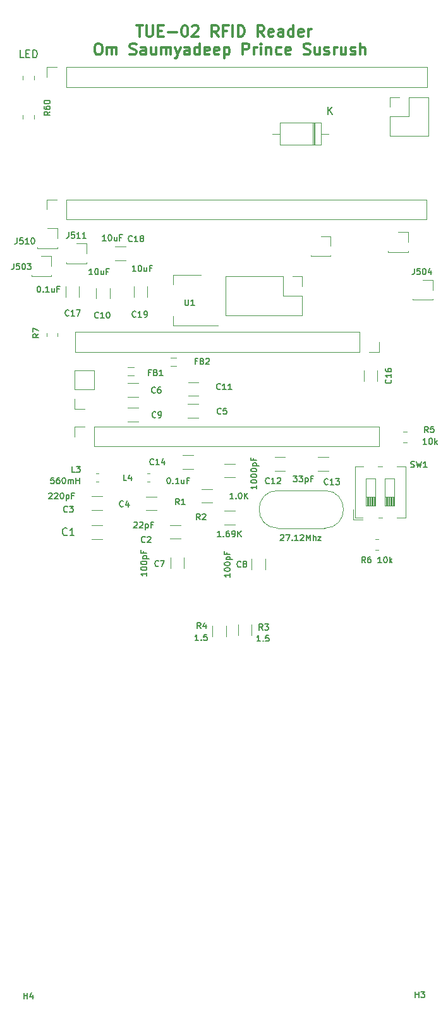
<source format=gbr>
%TF.GenerationSoftware,KiCad,Pcbnew,7.0.10*%
%TF.CreationDate,2024-04-03T14:27:39+05:30*%
%TF.ProjectId,PN532,504e3533-322e-46b6-9963-61645f706362,rev?*%
%TF.SameCoordinates,Original*%
%TF.FileFunction,Legend,Top*%
%TF.FilePolarity,Positive*%
%FSLAX46Y46*%
G04 Gerber Fmt 4.6, Leading zero omitted, Abs format (unit mm)*
G04 Created by KiCad (PCBNEW 7.0.10) date 2024-04-03 14:27:39*
%MOMM*%
%LPD*%
G01*
G04 APERTURE LIST*
%ADD10C,0.300000*%
%ADD11C,0.200000*%
%ADD12C,0.120000*%
G04 APERTURE END LIST*
D10*
X124926510Y-48971828D02*
X125783653Y-48971828D01*
X125355081Y-50471828D02*
X125355081Y-48971828D01*
X126283652Y-48971828D02*
X126283652Y-50186114D01*
X126283652Y-50186114D02*
X126355081Y-50328971D01*
X126355081Y-50328971D02*
X126426510Y-50400400D01*
X126426510Y-50400400D02*
X126569367Y-50471828D01*
X126569367Y-50471828D02*
X126855081Y-50471828D01*
X126855081Y-50471828D02*
X126997938Y-50400400D01*
X126997938Y-50400400D02*
X127069367Y-50328971D01*
X127069367Y-50328971D02*
X127140795Y-50186114D01*
X127140795Y-50186114D02*
X127140795Y-48971828D01*
X127855081Y-49686114D02*
X128355081Y-49686114D01*
X128569367Y-50471828D02*
X127855081Y-50471828D01*
X127855081Y-50471828D02*
X127855081Y-48971828D01*
X127855081Y-48971828D02*
X128569367Y-48971828D01*
X129212224Y-49900400D02*
X130355082Y-49900400D01*
X131355082Y-48971828D02*
X131497939Y-48971828D01*
X131497939Y-48971828D02*
X131640796Y-49043257D01*
X131640796Y-49043257D02*
X131712225Y-49114685D01*
X131712225Y-49114685D02*
X131783653Y-49257542D01*
X131783653Y-49257542D02*
X131855082Y-49543257D01*
X131855082Y-49543257D02*
X131855082Y-49900400D01*
X131855082Y-49900400D02*
X131783653Y-50186114D01*
X131783653Y-50186114D02*
X131712225Y-50328971D01*
X131712225Y-50328971D02*
X131640796Y-50400400D01*
X131640796Y-50400400D02*
X131497939Y-50471828D01*
X131497939Y-50471828D02*
X131355082Y-50471828D01*
X131355082Y-50471828D02*
X131212225Y-50400400D01*
X131212225Y-50400400D02*
X131140796Y-50328971D01*
X131140796Y-50328971D02*
X131069367Y-50186114D01*
X131069367Y-50186114D02*
X130997939Y-49900400D01*
X130997939Y-49900400D02*
X130997939Y-49543257D01*
X130997939Y-49543257D02*
X131069367Y-49257542D01*
X131069367Y-49257542D02*
X131140796Y-49114685D01*
X131140796Y-49114685D02*
X131212225Y-49043257D01*
X131212225Y-49043257D02*
X131355082Y-48971828D01*
X132426510Y-49114685D02*
X132497938Y-49043257D01*
X132497938Y-49043257D02*
X132640796Y-48971828D01*
X132640796Y-48971828D02*
X132997938Y-48971828D01*
X132997938Y-48971828D02*
X133140796Y-49043257D01*
X133140796Y-49043257D02*
X133212224Y-49114685D01*
X133212224Y-49114685D02*
X133283653Y-49257542D01*
X133283653Y-49257542D02*
X133283653Y-49400400D01*
X133283653Y-49400400D02*
X133212224Y-49614685D01*
X133212224Y-49614685D02*
X132355081Y-50471828D01*
X132355081Y-50471828D02*
X133283653Y-50471828D01*
X135926509Y-50471828D02*
X135426509Y-49757542D01*
X135069366Y-50471828D02*
X135069366Y-48971828D01*
X135069366Y-48971828D02*
X135640795Y-48971828D01*
X135640795Y-48971828D02*
X135783652Y-49043257D01*
X135783652Y-49043257D02*
X135855081Y-49114685D01*
X135855081Y-49114685D02*
X135926509Y-49257542D01*
X135926509Y-49257542D02*
X135926509Y-49471828D01*
X135926509Y-49471828D02*
X135855081Y-49614685D01*
X135855081Y-49614685D02*
X135783652Y-49686114D01*
X135783652Y-49686114D02*
X135640795Y-49757542D01*
X135640795Y-49757542D02*
X135069366Y-49757542D01*
X137069366Y-49686114D02*
X136569366Y-49686114D01*
X136569366Y-50471828D02*
X136569366Y-48971828D01*
X136569366Y-48971828D02*
X137283652Y-48971828D01*
X137855080Y-50471828D02*
X137855080Y-48971828D01*
X138569366Y-50471828D02*
X138569366Y-48971828D01*
X138569366Y-48971828D02*
X138926509Y-48971828D01*
X138926509Y-48971828D02*
X139140795Y-49043257D01*
X139140795Y-49043257D02*
X139283652Y-49186114D01*
X139283652Y-49186114D02*
X139355081Y-49328971D01*
X139355081Y-49328971D02*
X139426509Y-49614685D01*
X139426509Y-49614685D02*
X139426509Y-49828971D01*
X139426509Y-49828971D02*
X139355081Y-50114685D01*
X139355081Y-50114685D02*
X139283652Y-50257542D01*
X139283652Y-50257542D02*
X139140795Y-50400400D01*
X139140795Y-50400400D02*
X138926509Y-50471828D01*
X138926509Y-50471828D02*
X138569366Y-50471828D01*
X142069366Y-50471828D02*
X141569366Y-49757542D01*
X141212223Y-50471828D02*
X141212223Y-48971828D01*
X141212223Y-48971828D02*
X141783652Y-48971828D01*
X141783652Y-48971828D02*
X141926509Y-49043257D01*
X141926509Y-49043257D02*
X141997938Y-49114685D01*
X141997938Y-49114685D02*
X142069366Y-49257542D01*
X142069366Y-49257542D02*
X142069366Y-49471828D01*
X142069366Y-49471828D02*
X141997938Y-49614685D01*
X141997938Y-49614685D02*
X141926509Y-49686114D01*
X141926509Y-49686114D02*
X141783652Y-49757542D01*
X141783652Y-49757542D02*
X141212223Y-49757542D01*
X143283652Y-50400400D02*
X143140795Y-50471828D01*
X143140795Y-50471828D02*
X142855081Y-50471828D01*
X142855081Y-50471828D02*
X142712223Y-50400400D01*
X142712223Y-50400400D02*
X142640795Y-50257542D01*
X142640795Y-50257542D02*
X142640795Y-49686114D01*
X142640795Y-49686114D02*
X142712223Y-49543257D01*
X142712223Y-49543257D02*
X142855081Y-49471828D01*
X142855081Y-49471828D02*
X143140795Y-49471828D01*
X143140795Y-49471828D02*
X143283652Y-49543257D01*
X143283652Y-49543257D02*
X143355081Y-49686114D01*
X143355081Y-49686114D02*
X143355081Y-49828971D01*
X143355081Y-49828971D02*
X142640795Y-49971828D01*
X144640795Y-50471828D02*
X144640795Y-49686114D01*
X144640795Y-49686114D02*
X144569366Y-49543257D01*
X144569366Y-49543257D02*
X144426509Y-49471828D01*
X144426509Y-49471828D02*
X144140795Y-49471828D01*
X144140795Y-49471828D02*
X143997937Y-49543257D01*
X144640795Y-50400400D02*
X144497937Y-50471828D01*
X144497937Y-50471828D02*
X144140795Y-50471828D01*
X144140795Y-50471828D02*
X143997937Y-50400400D01*
X143997937Y-50400400D02*
X143926509Y-50257542D01*
X143926509Y-50257542D02*
X143926509Y-50114685D01*
X143926509Y-50114685D02*
X143997937Y-49971828D01*
X143997937Y-49971828D02*
X144140795Y-49900400D01*
X144140795Y-49900400D02*
X144497937Y-49900400D01*
X144497937Y-49900400D02*
X144640795Y-49828971D01*
X145997938Y-50471828D02*
X145997938Y-48971828D01*
X145997938Y-50400400D02*
X145855080Y-50471828D01*
X145855080Y-50471828D02*
X145569366Y-50471828D01*
X145569366Y-50471828D02*
X145426509Y-50400400D01*
X145426509Y-50400400D02*
X145355080Y-50328971D01*
X145355080Y-50328971D02*
X145283652Y-50186114D01*
X145283652Y-50186114D02*
X145283652Y-49757542D01*
X145283652Y-49757542D02*
X145355080Y-49614685D01*
X145355080Y-49614685D02*
X145426509Y-49543257D01*
X145426509Y-49543257D02*
X145569366Y-49471828D01*
X145569366Y-49471828D02*
X145855080Y-49471828D01*
X145855080Y-49471828D02*
X145997938Y-49543257D01*
X147283652Y-50400400D02*
X147140795Y-50471828D01*
X147140795Y-50471828D02*
X146855081Y-50471828D01*
X146855081Y-50471828D02*
X146712223Y-50400400D01*
X146712223Y-50400400D02*
X146640795Y-50257542D01*
X146640795Y-50257542D02*
X146640795Y-49686114D01*
X146640795Y-49686114D02*
X146712223Y-49543257D01*
X146712223Y-49543257D02*
X146855081Y-49471828D01*
X146855081Y-49471828D02*
X147140795Y-49471828D01*
X147140795Y-49471828D02*
X147283652Y-49543257D01*
X147283652Y-49543257D02*
X147355081Y-49686114D01*
X147355081Y-49686114D02*
X147355081Y-49828971D01*
X147355081Y-49828971D02*
X146640795Y-49971828D01*
X147997937Y-50471828D02*
X147997937Y-49471828D01*
X147997937Y-49757542D02*
X148069366Y-49614685D01*
X148069366Y-49614685D02*
X148140795Y-49543257D01*
X148140795Y-49543257D02*
X148283652Y-49471828D01*
X148283652Y-49471828D02*
X148426509Y-49471828D01*
X119712225Y-51386828D02*
X119997939Y-51386828D01*
X119997939Y-51386828D02*
X120140796Y-51458257D01*
X120140796Y-51458257D02*
X120283653Y-51601114D01*
X120283653Y-51601114D02*
X120355082Y-51886828D01*
X120355082Y-51886828D02*
X120355082Y-52386828D01*
X120355082Y-52386828D02*
X120283653Y-52672542D01*
X120283653Y-52672542D02*
X120140796Y-52815400D01*
X120140796Y-52815400D02*
X119997939Y-52886828D01*
X119997939Y-52886828D02*
X119712225Y-52886828D01*
X119712225Y-52886828D02*
X119569368Y-52815400D01*
X119569368Y-52815400D02*
X119426510Y-52672542D01*
X119426510Y-52672542D02*
X119355082Y-52386828D01*
X119355082Y-52386828D02*
X119355082Y-51886828D01*
X119355082Y-51886828D02*
X119426510Y-51601114D01*
X119426510Y-51601114D02*
X119569368Y-51458257D01*
X119569368Y-51458257D02*
X119712225Y-51386828D01*
X120997939Y-52886828D02*
X120997939Y-51886828D01*
X120997939Y-52029685D02*
X121069368Y-51958257D01*
X121069368Y-51958257D02*
X121212225Y-51886828D01*
X121212225Y-51886828D02*
X121426511Y-51886828D01*
X121426511Y-51886828D02*
X121569368Y-51958257D01*
X121569368Y-51958257D02*
X121640797Y-52101114D01*
X121640797Y-52101114D02*
X121640797Y-52886828D01*
X121640797Y-52101114D02*
X121712225Y-51958257D01*
X121712225Y-51958257D02*
X121855082Y-51886828D01*
X121855082Y-51886828D02*
X122069368Y-51886828D01*
X122069368Y-51886828D02*
X122212225Y-51958257D01*
X122212225Y-51958257D02*
X122283654Y-52101114D01*
X122283654Y-52101114D02*
X122283654Y-52886828D01*
X124069368Y-52815400D02*
X124283654Y-52886828D01*
X124283654Y-52886828D02*
X124640796Y-52886828D01*
X124640796Y-52886828D02*
X124783654Y-52815400D01*
X124783654Y-52815400D02*
X124855082Y-52743971D01*
X124855082Y-52743971D02*
X124926511Y-52601114D01*
X124926511Y-52601114D02*
X124926511Y-52458257D01*
X124926511Y-52458257D02*
X124855082Y-52315400D01*
X124855082Y-52315400D02*
X124783654Y-52243971D01*
X124783654Y-52243971D02*
X124640796Y-52172542D01*
X124640796Y-52172542D02*
X124355082Y-52101114D01*
X124355082Y-52101114D02*
X124212225Y-52029685D01*
X124212225Y-52029685D02*
X124140796Y-51958257D01*
X124140796Y-51958257D02*
X124069368Y-51815400D01*
X124069368Y-51815400D02*
X124069368Y-51672542D01*
X124069368Y-51672542D02*
X124140796Y-51529685D01*
X124140796Y-51529685D02*
X124212225Y-51458257D01*
X124212225Y-51458257D02*
X124355082Y-51386828D01*
X124355082Y-51386828D02*
X124712225Y-51386828D01*
X124712225Y-51386828D02*
X124926511Y-51458257D01*
X126212225Y-52886828D02*
X126212225Y-52101114D01*
X126212225Y-52101114D02*
X126140796Y-51958257D01*
X126140796Y-51958257D02*
X125997939Y-51886828D01*
X125997939Y-51886828D02*
X125712225Y-51886828D01*
X125712225Y-51886828D02*
X125569367Y-51958257D01*
X126212225Y-52815400D02*
X126069367Y-52886828D01*
X126069367Y-52886828D02*
X125712225Y-52886828D01*
X125712225Y-52886828D02*
X125569367Y-52815400D01*
X125569367Y-52815400D02*
X125497939Y-52672542D01*
X125497939Y-52672542D02*
X125497939Y-52529685D01*
X125497939Y-52529685D02*
X125569367Y-52386828D01*
X125569367Y-52386828D02*
X125712225Y-52315400D01*
X125712225Y-52315400D02*
X126069367Y-52315400D01*
X126069367Y-52315400D02*
X126212225Y-52243971D01*
X127569368Y-51886828D02*
X127569368Y-52886828D01*
X126926510Y-51886828D02*
X126926510Y-52672542D01*
X126926510Y-52672542D02*
X126997939Y-52815400D01*
X126997939Y-52815400D02*
X127140796Y-52886828D01*
X127140796Y-52886828D02*
X127355082Y-52886828D01*
X127355082Y-52886828D02*
X127497939Y-52815400D01*
X127497939Y-52815400D02*
X127569368Y-52743971D01*
X128283653Y-52886828D02*
X128283653Y-51886828D01*
X128283653Y-52029685D02*
X128355082Y-51958257D01*
X128355082Y-51958257D02*
X128497939Y-51886828D01*
X128497939Y-51886828D02*
X128712225Y-51886828D01*
X128712225Y-51886828D02*
X128855082Y-51958257D01*
X128855082Y-51958257D02*
X128926511Y-52101114D01*
X128926511Y-52101114D02*
X128926511Y-52886828D01*
X128926511Y-52101114D02*
X128997939Y-51958257D01*
X128997939Y-51958257D02*
X129140796Y-51886828D01*
X129140796Y-51886828D02*
X129355082Y-51886828D01*
X129355082Y-51886828D02*
X129497939Y-51958257D01*
X129497939Y-51958257D02*
X129569368Y-52101114D01*
X129569368Y-52101114D02*
X129569368Y-52886828D01*
X130140796Y-51886828D02*
X130497939Y-52886828D01*
X130855082Y-51886828D02*
X130497939Y-52886828D01*
X130497939Y-52886828D02*
X130355082Y-53243971D01*
X130355082Y-53243971D02*
X130283653Y-53315400D01*
X130283653Y-53315400D02*
X130140796Y-53386828D01*
X132069368Y-52886828D02*
X132069368Y-52101114D01*
X132069368Y-52101114D02*
X131997939Y-51958257D01*
X131997939Y-51958257D02*
X131855082Y-51886828D01*
X131855082Y-51886828D02*
X131569368Y-51886828D01*
X131569368Y-51886828D02*
X131426510Y-51958257D01*
X132069368Y-52815400D02*
X131926510Y-52886828D01*
X131926510Y-52886828D02*
X131569368Y-52886828D01*
X131569368Y-52886828D02*
X131426510Y-52815400D01*
X131426510Y-52815400D02*
X131355082Y-52672542D01*
X131355082Y-52672542D02*
X131355082Y-52529685D01*
X131355082Y-52529685D02*
X131426510Y-52386828D01*
X131426510Y-52386828D02*
X131569368Y-52315400D01*
X131569368Y-52315400D02*
X131926510Y-52315400D01*
X131926510Y-52315400D02*
X132069368Y-52243971D01*
X133426511Y-52886828D02*
X133426511Y-51386828D01*
X133426511Y-52815400D02*
X133283653Y-52886828D01*
X133283653Y-52886828D02*
X132997939Y-52886828D01*
X132997939Y-52886828D02*
X132855082Y-52815400D01*
X132855082Y-52815400D02*
X132783653Y-52743971D01*
X132783653Y-52743971D02*
X132712225Y-52601114D01*
X132712225Y-52601114D02*
X132712225Y-52172542D01*
X132712225Y-52172542D02*
X132783653Y-52029685D01*
X132783653Y-52029685D02*
X132855082Y-51958257D01*
X132855082Y-51958257D02*
X132997939Y-51886828D01*
X132997939Y-51886828D02*
X133283653Y-51886828D01*
X133283653Y-51886828D02*
X133426511Y-51958257D01*
X134712225Y-52815400D02*
X134569368Y-52886828D01*
X134569368Y-52886828D02*
X134283654Y-52886828D01*
X134283654Y-52886828D02*
X134140796Y-52815400D01*
X134140796Y-52815400D02*
X134069368Y-52672542D01*
X134069368Y-52672542D02*
X134069368Y-52101114D01*
X134069368Y-52101114D02*
X134140796Y-51958257D01*
X134140796Y-51958257D02*
X134283654Y-51886828D01*
X134283654Y-51886828D02*
X134569368Y-51886828D01*
X134569368Y-51886828D02*
X134712225Y-51958257D01*
X134712225Y-51958257D02*
X134783654Y-52101114D01*
X134783654Y-52101114D02*
X134783654Y-52243971D01*
X134783654Y-52243971D02*
X134069368Y-52386828D01*
X135997939Y-52815400D02*
X135855082Y-52886828D01*
X135855082Y-52886828D02*
X135569368Y-52886828D01*
X135569368Y-52886828D02*
X135426510Y-52815400D01*
X135426510Y-52815400D02*
X135355082Y-52672542D01*
X135355082Y-52672542D02*
X135355082Y-52101114D01*
X135355082Y-52101114D02*
X135426510Y-51958257D01*
X135426510Y-51958257D02*
X135569368Y-51886828D01*
X135569368Y-51886828D02*
X135855082Y-51886828D01*
X135855082Y-51886828D02*
X135997939Y-51958257D01*
X135997939Y-51958257D02*
X136069368Y-52101114D01*
X136069368Y-52101114D02*
X136069368Y-52243971D01*
X136069368Y-52243971D02*
X135355082Y-52386828D01*
X136712224Y-51886828D02*
X136712224Y-53386828D01*
X136712224Y-51958257D02*
X136855082Y-51886828D01*
X136855082Y-51886828D02*
X137140796Y-51886828D01*
X137140796Y-51886828D02*
X137283653Y-51958257D01*
X137283653Y-51958257D02*
X137355082Y-52029685D01*
X137355082Y-52029685D02*
X137426510Y-52172542D01*
X137426510Y-52172542D02*
X137426510Y-52601114D01*
X137426510Y-52601114D02*
X137355082Y-52743971D01*
X137355082Y-52743971D02*
X137283653Y-52815400D01*
X137283653Y-52815400D02*
X137140796Y-52886828D01*
X137140796Y-52886828D02*
X136855082Y-52886828D01*
X136855082Y-52886828D02*
X136712224Y-52815400D01*
X139212224Y-52886828D02*
X139212224Y-51386828D01*
X139212224Y-51386828D02*
X139783653Y-51386828D01*
X139783653Y-51386828D02*
X139926510Y-51458257D01*
X139926510Y-51458257D02*
X139997939Y-51529685D01*
X139997939Y-51529685D02*
X140069367Y-51672542D01*
X140069367Y-51672542D02*
X140069367Y-51886828D01*
X140069367Y-51886828D02*
X139997939Y-52029685D01*
X139997939Y-52029685D02*
X139926510Y-52101114D01*
X139926510Y-52101114D02*
X139783653Y-52172542D01*
X139783653Y-52172542D02*
X139212224Y-52172542D01*
X140712224Y-52886828D02*
X140712224Y-51886828D01*
X140712224Y-52172542D02*
X140783653Y-52029685D01*
X140783653Y-52029685D02*
X140855082Y-51958257D01*
X140855082Y-51958257D02*
X140997939Y-51886828D01*
X140997939Y-51886828D02*
X141140796Y-51886828D01*
X141640795Y-52886828D02*
X141640795Y-51886828D01*
X141640795Y-51386828D02*
X141569367Y-51458257D01*
X141569367Y-51458257D02*
X141640795Y-51529685D01*
X141640795Y-51529685D02*
X141712224Y-51458257D01*
X141712224Y-51458257D02*
X141640795Y-51386828D01*
X141640795Y-51386828D02*
X141640795Y-51529685D01*
X142355081Y-51886828D02*
X142355081Y-52886828D01*
X142355081Y-52029685D02*
X142426510Y-51958257D01*
X142426510Y-51958257D02*
X142569367Y-51886828D01*
X142569367Y-51886828D02*
X142783653Y-51886828D01*
X142783653Y-51886828D02*
X142926510Y-51958257D01*
X142926510Y-51958257D02*
X142997939Y-52101114D01*
X142997939Y-52101114D02*
X142997939Y-52886828D01*
X144355082Y-52815400D02*
X144212224Y-52886828D01*
X144212224Y-52886828D02*
X143926510Y-52886828D01*
X143926510Y-52886828D02*
X143783653Y-52815400D01*
X143783653Y-52815400D02*
X143712224Y-52743971D01*
X143712224Y-52743971D02*
X143640796Y-52601114D01*
X143640796Y-52601114D02*
X143640796Y-52172542D01*
X143640796Y-52172542D02*
X143712224Y-52029685D01*
X143712224Y-52029685D02*
X143783653Y-51958257D01*
X143783653Y-51958257D02*
X143926510Y-51886828D01*
X143926510Y-51886828D02*
X144212224Y-51886828D01*
X144212224Y-51886828D02*
X144355082Y-51958257D01*
X145569367Y-52815400D02*
X145426510Y-52886828D01*
X145426510Y-52886828D02*
X145140796Y-52886828D01*
X145140796Y-52886828D02*
X144997938Y-52815400D01*
X144997938Y-52815400D02*
X144926510Y-52672542D01*
X144926510Y-52672542D02*
X144926510Y-52101114D01*
X144926510Y-52101114D02*
X144997938Y-51958257D01*
X144997938Y-51958257D02*
X145140796Y-51886828D01*
X145140796Y-51886828D02*
X145426510Y-51886828D01*
X145426510Y-51886828D02*
X145569367Y-51958257D01*
X145569367Y-51958257D02*
X145640796Y-52101114D01*
X145640796Y-52101114D02*
X145640796Y-52243971D01*
X145640796Y-52243971D02*
X144926510Y-52386828D01*
X147355081Y-52815400D02*
X147569367Y-52886828D01*
X147569367Y-52886828D02*
X147926509Y-52886828D01*
X147926509Y-52886828D02*
X148069367Y-52815400D01*
X148069367Y-52815400D02*
X148140795Y-52743971D01*
X148140795Y-52743971D02*
X148212224Y-52601114D01*
X148212224Y-52601114D02*
X148212224Y-52458257D01*
X148212224Y-52458257D02*
X148140795Y-52315400D01*
X148140795Y-52315400D02*
X148069367Y-52243971D01*
X148069367Y-52243971D02*
X147926509Y-52172542D01*
X147926509Y-52172542D02*
X147640795Y-52101114D01*
X147640795Y-52101114D02*
X147497938Y-52029685D01*
X147497938Y-52029685D02*
X147426509Y-51958257D01*
X147426509Y-51958257D02*
X147355081Y-51815400D01*
X147355081Y-51815400D02*
X147355081Y-51672542D01*
X147355081Y-51672542D02*
X147426509Y-51529685D01*
X147426509Y-51529685D02*
X147497938Y-51458257D01*
X147497938Y-51458257D02*
X147640795Y-51386828D01*
X147640795Y-51386828D02*
X147997938Y-51386828D01*
X147997938Y-51386828D02*
X148212224Y-51458257D01*
X149497938Y-51886828D02*
X149497938Y-52886828D01*
X148855080Y-51886828D02*
X148855080Y-52672542D01*
X148855080Y-52672542D02*
X148926509Y-52815400D01*
X148926509Y-52815400D02*
X149069366Y-52886828D01*
X149069366Y-52886828D02*
X149283652Y-52886828D01*
X149283652Y-52886828D02*
X149426509Y-52815400D01*
X149426509Y-52815400D02*
X149497938Y-52743971D01*
X150140795Y-52815400D02*
X150283652Y-52886828D01*
X150283652Y-52886828D02*
X150569366Y-52886828D01*
X150569366Y-52886828D02*
X150712223Y-52815400D01*
X150712223Y-52815400D02*
X150783652Y-52672542D01*
X150783652Y-52672542D02*
X150783652Y-52601114D01*
X150783652Y-52601114D02*
X150712223Y-52458257D01*
X150712223Y-52458257D02*
X150569366Y-52386828D01*
X150569366Y-52386828D02*
X150355081Y-52386828D01*
X150355081Y-52386828D02*
X150212223Y-52315400D01*
X150212223Y-52315400D02*
X150140795Y-52172542D01*
X150140795Y-52172542D02*
X150140795Y-52101114D01*
X150140795Y-52101114D02*
X150212223Y-51958257D01*
X150212223Y-51958257D02*
X150355081Y-51886828D01*
X150355081Y-51886828D02*
X150569366Y-51886828D01*
X150569366Y-51886828D02*
X150712223Y-51958257D01*
X151426509Y-52886828D02*
X151426509Y-51886828D01*
X151426509Y-52172542D02*
X151497938Y-52029685D01*
X151497938Y-52029685D02*
X151569367Y-51958257D01*
X151569367Y-51958257D02*
X151712224Y-51886828D01*
X151712224Y-51886828D02*
X151855081Y-51886828D01*
X152997938Y-51886828D02*
X152997938Y-52886828D01*
X152355080Y-51886828D02*
X152355080Y-52672542D01*
X152355080Y-52672542D02*
X152426509Y-52815400D01*
X152426509Y-52815400D02*
X152569366Y-52886828D01*
X152569366Y-52886828D02*
X152783652Y-52886828D01*
X152783652Y-52886828D02*
X152926509Y-52815400D01*
X152926509Y-52815400D02*
X152997938Y-52743971D01*
X153640795Y-52815400D02*
X153783652Y-52886828D01*
X153783652Y-52886828D02*
X154069366Y-52886828D01*
X154069366Y-52886828D02*
X154212223Y-52815400D01*
X154212223Y-52815400D02*
X154283652Y-52672542D01*
X154283652Y-52672542D02*
X154283652Y-52601114D01*
X154283652Y-52601114D02*
X154212223Y-52458257D01*
X154212223Y-52458257D02*
X154069366Y-52386828D01*
X154069366Y-52386828D02*
X153855081Y-52386828D01*
X153855081Y-52386828D02*
X153712223Y-52315400D01*
X153712223Y-52315400D02*
X153640795Y-52172542D01*
X153640795Y-52172542D02*
X153640795Y-52101114D01*
X153640795Y-52101114D02*
X153712223Y-51958257D01*
X153712223Y-51958257D02*
X153855081Y-51886828D01*
X153855081Y-51886828D02*
X154069366Y-51886828D01*
X154069366Y-51886828D02*
X154212223Y-51958257D01*
X154926509Y-52886828D02*
X154926509Y-51386828D01*
X155569367Y-52886828D02*
X155569367Y-52101114D01*
X155569367Y-52101114D02*
X155497938Y-51958257D01*
X155497938Y-51958257D02*
X155355081Y-51886828D01*
X155355081Y-51886828D02*
X155140795Y-51886828D01*
X155140795Y-51886828D02*
X154997938Y-51958257D01*
X154997938Y-51958257D02*
X154926509Y-52029685D01*
D11*
X136185714Y-97673504D02*
X136147618Y-97711600D01*
X136147618Y-97711600D02*
X136033333Y-97749695D01*
X136033333Y-97749695D02*
X135957142Y-97749695D01*
X135957142Y-97749695D02*
X135842856Y-97711600D01*
X135842856Y-97711600D02*
X135766666Y-97635409D01*
X135766666Y-97635409D02*
X135728571Y-97559219D01*
X135728571Y-97559219D02*
X135690475Y-97406838D01*
X135690475Y-97406838D02*
X135690475Y-97292552D01*
X135690475Y-97292552D02*
X135728571Y-97140171D01*
X135728571Y-97140171D02*
X135766666Y-97063980D01*
X135766666Y-97063980D02*
X135842856Y-96987790D01*
X135842856Y-96987790D02*
X135957142Y-96949695D01*
X135957142Y-96949695D02*
X136033333Y-96949695D01*
X136033333Y-96949695D02*
X136147618Y-96987790D01*
X136147618Y-96987790D02*
X136185714Y-97025885D01*
X136947618Y-97749695D02*
X136490475Y-97749695D01*
X136719047Y-97749695D02*
X136719047Y-96949695D01*
X136719047Y-96949695D02*
X136642856Y-97063980D01*
X136642856Y-97063980D02*
X136566666Y-97140171D01*
X136566666Y-97140171D02*
X136490475Y-97178266D01*
X137709523Y-97749695D02*
X137252380Y-97749695D01*
X137480952Y-97749695D02*
X137480952Y-96949695D01*
X137480952Y-96949695D02*
X137404761Y-97063980D01*
X137404761Y-97063980D02*
X137328571Y-97140171D01*
X137328571Y-97140171D02*
X137252380Y-97178266D01*
X162331476Y-179176695D02*
X162331476Y-178376695D01*
X162331476Y-178757647D02*
X162788619Y-178757647D01*
X162788619Y-179176695D02*
X162788619Y-178376695D01*
X163093380Y-178376695D02*
X163588618Y-178376695D01*
X163588618Y-178376695D02*
X163321952Y-178681457D01*
X163321952Y-178681457D02*
X163436237Y-178681457D01*
X163436237Y-178681457D02*
X163512428Y-178719552D01*
X163512428Y-178719552D02*
X163550523Y-178757647D01*
X163550523Y-178757647D02*
X163588618Y-178833838D01*
X163588618Y-178833838D02*
X163588618Y-179024314D01*
X163588618Y-179024314D02*
X163550523Y-179100504D01*
X163550523Y-179100504D02*
X163512428Y-179138600D01*
X163512428Y-179138600D02*
X163436237Y-179176695D01*
X163436237Y-179176695D02*
X163207666Y-179176695D01*
X163207666Y-179176695D02*
X163131475Y-179138600D01*
X163131475Y-179138600D02*
X163093380Y-179100504D01*
X127536667Y-101426504D02*
X127498571Y-101464600D01*
X127498571Y-101464600D02*
X127384286Y-101502695D01*
X127384286Y-101502695D02*
X127308095Y-101502695D01*
X127308095Y-101502695D02*
X127193809Y-101464600D01*
X127193809Y-101464600D02*
X127117619Y-101388409D01*
X127117619Y-101388409D02*
X127079524Y-101312219D01*
X127079524Y-101312219D02*
X127041428Y-101159838D01*
X127041428Y-101159838D02*
X127041428Y-101045552D01*
X127041428Y-101045552D02*
X127079524Y-100893171D01*
X127079524Y-100893171D02*
X127117619Y-100816980D01*
X127117619Y-100816980D02*
X127193809Y-100740790D01*
X127193809Y-100740790D02*
X127308095Y-100702695D01*
X127308095Y-100702695D02*
X127384286Y-100702695D01*
X127384286Y-100702695D02*
X127498571Y-100740790D01*
X127498571Y-100740790D02*
X127536667Y-100778885D01*
X127917619Y-101502695D02*
X128070000Y-101502695D01*
X128070000Y-101502695D02*
X128146190Y-101464600D01*
X128146190Y-101464600D02*
X128184286Y-101426504D01*
X128184286Y-101426504D02*
X128260476Y-101312219D01*
X128260476Y-101312219D02*
X128298571Y-101159838D01*
X128298571Y-101159838D02*
X128298571Y-100855076D01*
X128298571Y-100855076D02*
X128260476Y-100778885D01*
X128260476Y-100778885D02*
X128222381Y-100740790D01*
X128222381Y-100740790D02*
X128146190Y-100702695D01*
X128146190Y-100702695D02*
X127993809Y-100702695D01*
X127993809Y-100702695D02*
X127917619Y-100740790D01*
X127917619Y-100740790D02*
X127879524Y-100778885D01*
X127879524Y-100778885D02*
X127841428Y-100855076D01*
X127841428Y-100855076D02*
X127841428Y-101045552D01*
X127841428Y-101045552D02*
X127879524Y-101121742D01*
X127879524Y-101121742D02*
X127917619Y-101159838D01*
X127917619Y-101159838D02*
X127993809Y-101197933D01*
X127993809Y-101197933D02*
X128146190Y-101197933D01*
X128146190Y-101197933D02*
X128222381Y-101159838D01*
X128222381Y-101159838D02*
X128260476Y-101121742D01*
X128260476Y-101121742D02*
X128298571Y-101045552D01*
X127913467Y-121383504D02*
X127875371Y-121421600D01*
X127875371Y-121421600D02*
X127761086Y-121459695D01*
X127761086Y-121459695D02*
X127684895Y-121459695D01*
X127684895Y-121459695D02*
X127570609Y-121421600D01*
X127570609Y-121421600D02*
X127494419Y-121345409D01*
X127494419Y-121345409D02*
X127456324Y-121269219D01*
X127456324Y-121269219D02*
X127418228Y-121116838D01*
X127418228Y-121116838D02*
X127418228Y-121002552D01*
X127418228Y-121002552D02*
X127456324Y-120850171D01*
X127456324Y-120850171D02*
X127494419Y-120773980D01*
X127494419Y-120773980D02*
X127570609Y-120697790D01*
X127570609Y-120697790D02*
X127684895Y-120659695D01*
X127684895Y-120659695D02*
X127761086Y-120659695D01*
X127761086Y-120659695D02*
X127875371Y-120697790D01*
X127875371Y-120697790D02*
X127913467Y-120735885D01*
X128180133Y-120659695D02*
X128713467Y-120659695D01*
X128713467Y-120659695D02*
X128370609Y-121459695D01*
X126343695Y-122238095D02*
X126343695Y-122695238D01*
X126343695Y-122466666D02*
X125543695Y-122466666D01*
X125543695Y-122466666D02*
X125657980Y-122542857D01*
X125657980Y-122542857D02*
X125734171Y-122619047D01*
X125734171Y-122619047D02*
X125772266Y-122695238D01*
X125543695Y-121742856D02*
X125543695Y-121666666D01*
X125543695Y-121666666D02*
X125581790Y-121590475D01*
X125581790Y-121590475D02*
X125619885Y-121552380D01*
X125619885Y-121552380D02*
X125696076Y-121514285D01*
X125696076Y-121514285D02*
X125848457Y-121476190D01*
X125848457Y-121476190D02*
X126038933Y-121476190D01*
X126038933Y-121476190D02*
X126191314Y-121514285D01*
X126191314Y-121514285D02*
X126267504Y-121552380D01*
X126267504Y-121552380D02*
X126305600Y-121590475D01*
X126305600Y-121590475D02*
X126343695Y-121666666D01*
X126343695Y-121666666D02*
X126343695Y-121742856D01*
X126343695Y-121742856D02*
X126305600Y-121819047D01*
X126305600Y-121819047D02*
X126267504Y-121857142D01*
X126267504Y-121857142D02*
X126191314Y-121895237D01*
X126191314Y-121895237D02*
X126038933Y-121933333D01*
X126038933Y-121933333D02*
X125848457Y-121933333D01*
X125848457Y-121933333D02*
X125696076Y-121895237D01*
X125696076Y-121895237D02*
X125619885Y-121857142D01*
X125619885Y-121857142D02*
X125581790Y-121819047D01*
X125581790Y-121819047D02*
X125543695Y-121742856D01*
X125543695Y-120980951D02*
X125543695Y-120904761D01*
X125543695Y-120904761D02*
X125581790Y-120828570D01*
X125581790Y-120828570D02*
X125619885Y-120790475D01*
X125619885Y-120790475D02*
X125696076Y-120752380D01*
X125696076Y-120752380D02*
X125848457Y-120714285D01*
X125848457Y-120714285D02*
X126038933Y-120714285D01*
X126038933Y-120714285D02*
X126191314Y-120752380D01*
X126191314Y-120752380D02*
X126267504Y-120790475D01*
X126267504Y-120790475D02*
X126305600Y-120828570D01*
X126305600Y-120828570D02*
X126343695Y-120904761D01*
X126343695Y-120904761D02*
X126343695Y-120980951D01*
X126343695Y-120980951D02*
X126305600Y-121057142D01*
X126305600Y-121057142D02*
X126267504Y-121095237D01*
X126267504Y-121095237D02*
X126191314Y-121133332D01*
X126191314Y-121133332D02*
X126038933Y-121171428D01*
X126038933Y-121171428D02*
X125848457Y-121171428D01*
X125848457Y-121171428D02*
X125696076Y-121133332D01*
X125696076Y-121133332D02*
X125619885Y-121095237D01*
X125619885Y-121095237D02*
X125581790Y-121057142D01*
X125581790Y-121057142D02*
X125543695Y-120980951D01*
X125810361Y-120371427D02*
X126610361Y-120371427D01*
X125848457Y-120371427D02*
X125810361Y-120295237D01*
X125810361Y-120295237D02*
X125810361Y-120142856D01*
X125810361Y-120142856D02*
X125848457Y-120066665D01*
X125848457Y-120066665D02*
X125886552Y-120028570D01*
X125886552Y-120028570D02*
X125962742Y-119990475D01*
X125962742Y-119990475D02*
X126191314Y-119990475D01*
X126191314Y-119990475D02*
X126267504Y-120028570D01*
X126267504Y-120028570D02*
X126305600Y-120066665D01*
X126305600Y-120066665D02*
X126343695Y-120142856D01*
X126343695Y-120142856D02*
X126343695Y-120295237D01*
X126343695Y-120295237D02*
X126305600Y-120371427D01*
X125924647Y-119380951D02*
X125924647Y-119647617D01*
X126343695Y-119647617D02*
X125543695Y-119647617D01*
X125543695Y-119647617D02*
X125543695Y-119266665D01*
X164039667Y-103483695D02*
X163773000Y-103102742D01*
X163582524Y-103483695D02*
X163582524Y-102683695D01*
X163582524Y-102683695D02*
X163887286Y-102683695D01*
X163887286Y-102683695D02*
X163963476Y-102721790D01*
X163963476Y-102721790D02*
X164001571Y-102759885D01*
X164001571Y-102759885D02*
X164039667Y-102836076D01*
X164039667Y-102836076D02*
X164039667Y-102950361D01*
X164039667Y-102950361D02*
X164001571Y-103026552D01*
X164001571Y-103026552D02*
X163963476Y-103064647D01*
X163963476Y-103064647D02*
X163887286Y-103102742D01*
X163887286Y-103102742D02*
X163582524Y-103102742D01*
X164763476Y-102683695D02*
X164382524Y-102683695D01*
X164382524Y-102683695D02*
X164344428Y-103064647D01*
X164344428Y-103064647D02*
X164382524Y-103026552D01*
X164382524Y-103026552D02*
X164458714Y-102988457D01*
X164458714Y-102988457D02*
X164649190Y-102988457D01*
X164649190Y-102988457D02*
X164725381Y-103026552D01*
X164725381Y-103026552D02*
X164763476Y-103064647D01*
X164763476Y-103064647D02*
X164801571Y-103140838D01*
X164801571Y-103140838D02*
X164801571Y-103331314D01*
X164801571Y-103331314D02*
X164763476Y-103407504D01*
X164763476Y-103407504D02*
X164725381Y-103445600D01*
X164725381Y-103445600D02*
X164649190Y-103483695D01*
X164649190Y-103483695D02*
X164458714Y-103483695D01*
X164458714Y-103483695D02*
X164382524Y-103445600D01*
X164382524Y-103445600D02*
X164344428Y-103407504D01*
X163816809Y-105070695D02*
X163359666Y-105070695D01*
X163588238Y-105070695D02*
X163588238Y-104270695D01*
X163588238Y-104270695D02*
X163512047Y-104384980D01*
X163512047Y-104384980D02*
X163435857Y-104461171D01*
X163435857Y-104461171D02*
X163359666Y-104499266D01*
X164312048Y-104270695D02*
X164388238Y-104270695D01*
X164388238Y-104270695D02*
X164464429Y-104308790D01*
X164464429Y-104308790D02*
X164502524Y-104346885D01*
X164502524Y-104346885D02*
X164540619Y-104423076D01*
X164540619Y-104423076D02*
X164578714Y-104575457D01*
X164578714Y-104575457D02*
X164578714Y-104765933D01*
X164578714Y-104765933D02*
X164540619Y-104918314D01*
X164540619Y-104918314D02*
X164502524Y-104994504D01*
X164502524Y-104994504D02*
X164464429Y-105032600D01*
X164464429Y-105032600D02*
X164388238Y-105070695D01*
X164388238Y-105070695D02*
X164312048Y-105070695D01*
X164312048Y-105070695D02*
X164235857Y-105032600D01*
X164235857Y-105032600D02*
X164197762Y-104994504D01*
X164197762Y-104994504D02*
X164159667Y-104918314D01*
X164159667Y-104918314D02*
X164121571Y-104765933D01*
X164121571Y-104765933D02*
X164121571Y-104575457D01*
X164121571Y-104575457D02*
X164159667Y-104423076D01*
X164159667Y-104423076D02*
X164197762Y-104346885D01*
X164197762Y-104346885D02*
X164235857Y-104308790D01*
X164235857Y-104308790D02*
X164312048Y-104270695D01*
X164921572Y-105070695D02*
X164921572Y-104270695D01*
X164997762Y-104765933D02*
X165226334Y-105070695D01*
X165226334Y-104537361D02*
X164921572Y-104842123D01*
X150615714Y-110400504D02*
X150577618Y-110438600D01*
X150577618Y-110438600D02*
X150463333Y-110476695D01*
X150463333Y-110476695D02*
X150387142Y-110476695D01*
X150387142Y-110476695D02*
X150272856Y-110438600D01*
X150272856Y-110438600D02*
X150196666Y-110362409D01*
X150196666Y-110362409D02*
X150158571Y-110286219D01*
X150158571Y-110286219D02*
X150120475Y-110133838D01*
X150120475Y-110133838D02*
X150120475Y-110019552D01*
X150120475Y-110019552D02*
X150158571Y-109867171D01*
X150158571Y-109867171D02*
X150196666Y-109790980D01*
X150196666Y-109790980D02*
X150272856Y-109714790D01*
X150272856Y-109714790D02*
X150387142Y-109676695D01*
X150387142Y-109676695D02*
X150463333Y-109676695D01*
X150463333Y-109676695D02*
X150577618Y-109714790D01*
X150577618Y-109714790D02*
X150615714Y-109752885D01*
X151377618Y-110476695D02*
X150920475Y-110476695D01*
X151149047Y-110476695D02*
X151149047Y-109676695D01*
X151149047Y-109676695D02*
X151072856Y-109790980D01*
X151072856Y-109790980D02*
X150996666Y-109867171D01*
X150996666Y-109867171D02*
X150920475Y-109905266D01*
X151644285Y-109676695D02*
X152139523Y-109676695D01*
X152139523Y-109676695D02*
X151872857Y-109981457D01*
X151872857Y-109981457D02*
X151987142Y-109981457D01*
X151987142Y-109981457D02*
X152063333Y-110019552D01*
X152063333Y-110019552D02*
X152101428Y-110057647D01*
X152101428Y-110057647D02*
X152139523Y-110133838D01*
X152139523Y-110133838D02*
X152139523Y-110324314D01*
X152139523Y-110324314D02*
X152101428Y-110400504D01*
X152101428Y-110400504D02*
X152063333Y-110438600D01*
X152063333Y-110438600D02*
X151987142Y-110476695D01*
X151987142Y-110476695D02*
X151758571Y-110476695D01*
X151758571Y-110476695D02*
X151682380Y-110438600D01*
X151682380Y-110438600D02*
X151644285Y-110400504D01*
X145967618Y-109287695D02*
X146462856Y-109287695D01*
X146462856Y-109287695D02*
X146196190Y-109592457D01*
X146196190Y-109592457D02*
X146310475Y-109592457D01*
X146310475Y-109592457D02*
X146386666Y-109630552D01*
X146386666Y-109630552D02*
X146424761Y-109668647D01*
X146424761Y-109668647D02*
X146462856Y-109744838D01*
X146462856Y-109744838D02*
X146462856Y-109935314D01*
X146462856Y-109935314D02*
X146424761Y-110011504D01*
X146424761Y-110011504D02*
X146386666Y-110049600D01*
X146386666Y-110049600D02*
X146310475Y-110087695D01*
X146310475Y-110087695D02*
X146081904Y-110087695D01*
X146081904Y-110087695D02*
X146005713Y-110049600D01*
X146005713Y-110049600D02*
X145967618Y-110011504D01*
X146729523Y-109287695D02*
X147224761Y-109287695D01*
X147224761Y-109287695D02*
X146958095Y-109592457D01*
X146958095Y-109592457D02*
X147072380Y-109592457D01*
X147072380Y-109592457D02*
X147148571Y-109630552D01*
X147148571Y-109630552D02*
X147186666Y-109668647D01*
X147186666Y-109668647D02*
X147224761Y-109744838D01*
X147224761Y-109744838D02*
X147224761Y-109935314D01*
X147224761Y-109935314D02*
X147186666Y-110011504D01*
X147186666Y-110011504D02*
X147148571Y-110049600D01*
X147148571Y-110049600D02*
X147072380Y-110087695D01*
X147072380Y-110087695D02*
X146843809Y-110087695D01*
X146843809Y-110087695D02*
X146767618Y-110049600D01*
X146767618Y-110049600D02*
X146729523Y-110011504D01*
X147567619Y-109554361D02*
X147567619Y-110354361D01*
X147567619Y-109592457D02*
X147643809Y-109554361D01*
X147643809Y-109554361D02*
X147796190Y-109554361D01*
X147796190Y-109554361D02*
X147872381Y-109592457D01*
X147872381Y-109592457D02*
X147910476Y-109630552D01*
X147910476Y-109630552D02*
X147948571Y-109706742D01*
X147948571Y-109706742D02*
X147948571Y-109935314D01*
X147948571Y-109935314D02*
X147910476Y-110011504D01*
X147910476Y-110011504D02*
X147872381Y-110049600D01*
X147872381Y-110049600D02*
X147796190Y-110087695D01*
X147796190Y-110087695D02*
X147643809Y-110087695D01*
X147643809Y-110087695D02*
X147567619Y-110049600D01*
X148558095Y-109668647D02*
X148291429Y-109668647D01*
X148291429Y-110087695D02*
X148291429Y-109287695D01*
X148291429Y-109287695D02*
X148672381Y-109287695D01*
X108506428Y-80854695D02*
X108506428Y-81426123D01*
X108506428Y-81426123D02*
X108468333Y-81540409D01*
X108468333Y-81540409D02*
X108392142Y-81616600D01*
X108392142Y-81616600D02*
X108277857Y-81654695D01*
X108277857Y-81654695D02*
X108201666Y-81654695D01*
X109268333Y-80854695D02*
X108887381Y-80854695D01*
X108887381Y-80854695D02*
X108849285Y-81235647D01*
X108849285Y-81235647D02*
X108887381Y-81197552D01*
X108887381Y-81197552D02*
X108963571Y-81159457D01*
X108963571Y-81159457D02*
X109154047Y-81159457D01*
X109154047Y-81159457D02*
X109230238Y-81197552D01*
X109230238Y-81197552D02*
X109268333Y-81235647D01*
X109268333Y-81235647D02*
X109306428Y-81311838D01*
X109306428Y-81311838D02*
X109306428Y-81502314D01*
X109306428Y-81502314D02*
X109268333Y-81578504D01*
X109268333Y-81578504D02*
X109230238Y-81616600D01*
X109230238Y-81616600D02*
X109154047Y-81654695D01*
X109154047Y-81654695D02*
X108963571Y-81654695D01*
X108963571Y-81654695D02*
X108887381Y-81616600D01*
X108887381Y-81616600D02*
X108849285Y-81578504D01*
X109801667Y-80854695D02*
X109877857Y-80854695D01*
X109877857Y-80854695D02*
X109954048Y-80892790D01*
X109954048Y-80892790D02*
X109992143Y-80930885D01*
X109992143Y-80930885D02*
X110030238Y-81007076D01*
X110030238Y-81007076D02*
X110068333Y-81159457D01*
X110068333Y-81159457D02*
X110068333Y-81349933D01*
X110068333Y-81349933D02*
X110030238Y-81502314D01*
X110030238Y-81502314D02*
X109992143Y-81578504D01*
X109992143Y-81578504D02*
X109954048Y-81616600D01*
X109954048Y-81616600D02*
X109877857Y-81654695D01*
X109877857Y-81654695D02*
X109801667Y-81654695D01*
X109801667Y-81654695D02*
X109725476Y-81616600D01*
X109725476Y-81616600D02*
X109687381Y-81578504D01*
X109687381Y-81578504D02*
X109649286Y-81502314D01*
X109649286Y-81502314D02*
X109611190Y-81349933D01*
X109611190Y-81349933D02*
X109611190Y-81159457D01*
X109611190Y-81159457D02*
X109649286Y-81007076D01*
X109649286Y-81007076D02*
X109687381Y-80930885D01*
X109687381Y-80930885D02*
X109725476Y-80892790D01*
X109725476Y-80892790D02*
X109801667Y-80854695D01*
X110335000Y-80854695D02*
X110830238Y-80854695D01*
X110830238Y-80854695D02*
X110563572Y-81159457D01*
X110563572Y-81159457D02*
X110677857Y-81159457D01*
X110677857Y-81159457D02*
X110754048Y-81197552D01*
X110754048Y-81197552D02*
X110792143Y-81235647D01*
X110792143Y-81235647D02*
X110830238Y-81311838D01*
X110830238Y-81311838D02*
X110830238Y-81502314D01*
X110830238Y-81502314D02*
X110792143Y-81578504D01*
X110792143Y-81578504D02*
X110754048Y-81616600D01*
X110754048Y-81616600D02*
X110677857Y-81654695D01*
X110677857Y-81654695D02*
X110449286Y-81654695D01*
X110449286Y-81654695D02*
X110373095Y-81616600D01*
X110373095Y-81616600D02*
X110335000Y-81578504D01*
X115876428Y-76654695D02*
X115876428Y-77226123D01*
X115876428Y-77226123D02*
X115838333Y-77340409D01*
X115838333Y-77340409D02*
X115762142Y-77416600D01*
X115762142Y-77416600D02*
X115647857Y-77454695D01*
X115647857Y-77454695D02*
X115571666Y-77454695D01*
X116638333Y-76654695D02*
X116257381Y-76654695D01*
X116257381Y-76654695D02*
X116219285Y-77035647D01*
X116219285Y-77035647D02*
X116257381Y-76997552D01*
X116257381Y-76997552D02*
X116333571Y-76959457D01*
X116333571Y-76959457D02*
X116524047Y-76959457D01*
X116524047Y-76959457D02*
X116600238Y-76997552D01*
X116600238Y-76997552D02*
X116638333Y-77035647D01*
X116638333Y-77035647D02*
X116676428Y-77111838D01*
X116676428Y-77111838D02*
X116676428Y-77302314D01*
X116676428Y-77302314D02*
X116638333Y-77378504D01*
X116638333Y-77378504D02*
X116600238Y-77416600D01*
X116600238Y-77416600D02*
X116524047Y-77454695D01*
X116524047Y-77454695D02*
X116333571Y-77454695D01*
X116333571Y-77454695D02*
X116257381Y-77416600D01*
X116257381Y-77416600D02*
X116219285Y-77378504D01*
X117438333Y-77454695D02*
X116981190Y-77454695D01*
X117209762Y-77454695D02*
X117209762Y-76654695D01*
X117209762Y-76654695D02*
X117133571Y-76768980D01*
X117133571Y-76768980D02*
X117057381Y-76845171D01*
X117057381Y-76845171D02*
X116981190Y-76883266D01*
X118200238Y-77454695D02*
X117743095Y-77454695D01*
X117971667Y-77454695D02*
X117971667Y-76654695D01*
X117971667Y-76654695D02*
X117895476Y-76768980D01*
X117895476Y-76768980D02*
X117819286Y-76845171D01*
X117819286Y-76845171D02*
X117743095Y-76883266D01*
X136286667Y-100968504D02*
X136248571Y-101006600D01*
X136248571Y-101006600D02*
X136134286Y-101044695D01*
X136134286Y-101044695D02*
X136058095Y-101044695D01*
X136058095Y-101044695D02*
X135943809Y-101006600D01*
X135943809Y-101006600D02*
X135867619Y-100930409D01*
X135867619Y-100930409D02*
X135829524Y-100854219D01*
X135829524Y-100854219D02*
X135791428Y-100701838D01*
X135791428Y-100701838D02*
X135791428Y-100587552D01*
X135791428Y-100587552D02*
X135829524Y-100435171D01*
X135829524Y-100435171D02*
X135867619Y-100358980D01*
X135867619Y-100358980D02*
X135943809Y-100282790D01*
X135943809Y-100282790D02*
X136058095Y-100244695D01*
X136058095Y-100244695D02*
X136134286Y-100244695D01*
X136134286Y-100244695D02*
X136248571Y-100282790D01*
X136248571Y-100282790D02*
X136286667Y-100320885D01*
X137010476Y-100244695D02*
X136629524Y-100244695D01*
X136629524Y-100244695D02*
X136591428Y-100625647D01*
X136591428Y-100625647D02*
X136629524Y-100587552D01*
X136629524Y-100587552D02*
X136705714Y-100549457D01*
X136705714Y-100549457D02*
X136896190Y-100549457D01*
X136896190Y-100549457D02*
X136972381Y-100587552D01*
X136972381Y-100587552D02*
X137010476Y-100625647D01*
X137010476Y-100625647D02*
X137048571Y-100701838D01*
X137048571Y-100701838D02*
X137048571Y-100892314D01*
X137048571Y-100892314D02*
X137010476Y-100968504D01*
X137010476Y-100968504D02*
X136972381Y-101006600D01*
X136972381Y-101006600D02*
X136896190Y-101044695D01*
X136896190Y-101044695D02*
X136705714Y-101044695D01*
X136705714Y-101044695D02*
X136629524Y-101006600D01*
X136629524Y-101006600D02*
X136591428Y-100968504D01*
X124878714Y-87962004D02*
X124840618Y-88000100D01*
X124840618Y-88000100D02*
X124726333Y-88038195D01*
X124726333Y-88038195D02*
X124650142Y-88038195D01*
X124650142Y-88038195D02*
X124535856Y-88000100D01*
X124535856Y-88000100D02*
X124459666Y-87923909D01*
X124459666Y-87923909D02*
X124421571Y-87847719D01*
X124421571Y-87847719D02*
X124383475Y-87695338D01*
X124383475Y-87695338D02*
X124383475Y-87581052D01*
X124383475Y-87581052D02*
X124421571Y-87428671D01*
X124421571Y-87428671D02*
X124459666Y-87352480D01*
X124459666Y-87352480D02*
X124535856Y-87276290D01*
X124535856Y-87276290D02*
X124650142Y-87238195D01*
X124650142Y-87238195D02*
X124726333Y-87238195D01*
X124726333Y-87238195D02*
X124840618Y-87276290D01*
X124840618Y-87276290D02*
X124878714Y-87314385D01*
X125640618Y-88038195D02*
X125183475Y-88038195D01*
X125412047Y-88038195D02*
X125412047Y-87238195D01*
X125412047Y-87238195D02*
X125335856Y-87352480D01*
X125335856Y-87352480D02*
X125259666Y-87428671D01*
X125259666Y-87428671D02*
X125183475Y-87466766D01*
X126021571Y-88038195D02*
X126173952Y-88038195D01*
X126173952Y-88038195D02*
X126250142Y-88000100D01*
X126250142Y-88000100D02*
X126288238Y-87962004D01*
X126288238Y-87962004D02*
X126364428Y-87847719D01*
X126364428Y-87847719D02*
X126402523Y-87695338D01*
X126402523Y-87695338D02*
X126402523Y-87390576D01*
X126402523Y-87390576D02*
X126364428Y-87314385D01*
X126364428Y-87314385D02*
X126326333Y-87276290D01*
X126326333Y-87276290D02*
X126250142Y-87238195D01*
X126250142Y-87238195D02*
X126097761Y-87238195D01*
X126097761Y-87238195D02*
X126021571Y-87276290D01*
X126021571Y-87276290D02*
X125983476Y-87314385D01*
X125983476Y-87314385D02*
X125945380Y-87390576D01*
X125945380Y-87390576D02*
X125945380Y-87581052D01*
X125945380Y-87581052D02*
X125983476Y-87657242D01*
X125983476Y-87657242D02*
X126021571Y-87695338D01*
X126021571Y-87695338D02*
X126097761Y-87733433D01*
X126097761Y-87733433D02*
X126250142Y-87733433D01*
X126250142Y-87733433D02*
X126326333Y-87695338D01*
X126326333Y-87695338D02*
X126364428Y-87657242D01*
X126364428Y-87657242D02*
X126402523Y-87581052D01*
X124872856Y-81893695D02*
X124415713Y-81893695D01*
X124644285Y-81893695D02*
X124644285Y-81093695D01*
X124644285Y-81093695D02*
X124568094Y-81207980D01*
X124568094Y-81207980D02*
X124491904Y-81284171D01*
X124491904Y-81284171D02*
X124415713Y-81322266D01*
X125368095Y-81093695D02*
X125444285Y-81093695D01*
X125444285Y-81093695D02*
X125520476Y-81131790D01*
X125520476Y-81131790D02*
X125558571Y-81169885D01*
X125558571Y-81169885D02*
X125596666Y-81246076D01*
X125596666Y-81246076D02*
X125634761Y-81398457D01*
X125634761Y-81398457D02*
X125634761Y-81588933D01*
X125634761Y-81588933D02*
X125596666Y-81741314D01*
X125596666Y-81741314D02*
X125558571Y-81817504D01*
X125558571Y-81817504D02*
X125520476Y-81855600D01*
X125520476Y-81855600D02*
X125444285Y-81893695D01*
X125444285Y-81893695D02*
X125368095Y-81893695D01*
X125368095Y-81893695D02*
X125291904Y-81855600D01*
X125291904Y-81855600D02*
X125253809Y-81817504D01*
X125253809Y-81817504D02*
X125215714Y-81741314D01*
X125215714Y-81741314D02*
X125177618Y-81588933D01*
X125177618Y-81588933D02*
X125177618Y-81398457D01*
X125177618Y-81398457D02*
X125215714Y-81246076D01*
X125215714Y-81246076D02*
X125253809Y-81169885D01*
X125253809Y-81169885D02*
X125291904Y-81131790D01*
X125291904Y-81131790D02*
X125368095Y-81093695D01*
X126320476Y-81360361D02*
X126320476Y-81893695D01*
X125977619Y-81360361D02*
X125977619Y-81779409D01*
X125977619Y-81779409D02*
X126015714Y-81855600D01*
X126015714Y-81855600D02*
X126091904Y-81893695D01*
X126091904Y-81893695D02*
X126206190Y-81893695D01*
X126206190Y-81893695D02*
X126282381Y-81855600D01*
X126282381Y-81855600D02*
X126320476Y-81817504D01*
X126968095Y-81474647D02*
X126701429Y-81474647D01*
X126701429Y-81893695D02*
X126701429Y-81093695D01*
X126701429Y-81093695D02*
X127082381Y-81093695D01*
X138926667Y-121453504D02*
X138888571Y-121491600D01*
X138888571Y-121491600D02*
X138774286Y-121529695D01*
X138774286Y-121529695D02*
X138698095Y-121529695D01*
X138698095Y-121529695D02*
X138583809Y-121491600D01*
X138583809Y-121491600D02*
X138507619Y-121415409D01*
X138507619Y-121415409D02*
X138469524Y-121339219D01*
X138469524Y-121339219D02*
X138431428Y-121186838D01*
X138431428Y-121186838D02*
X138431428Y-121072552D01*
X138431428Y-121072552D02*
X138469524Y-120920171D01*
X138469524Y-120920171D02*
X138507619Y-120843980D01*
X138507619Y-120843980D02*
X138583809Y-120767790D01*
X138583809Y-120767790D02*
X138698095Y-120729695D01*
X138698095Y-120729695D02*
X138774286Y-120729695D01*
X138774286Y-120729695D02*
X138888571Y-120767790D01*
X138888571Y-120767790D02*
X138926667Y-120805885D01*
X139383809Y-121072552D02*
X139307619Y-121034457D01*
X139307619Y-121034457D02*
X139269524Y-120996361D01*
X139269524Y-120996361D02*
X139231428Y-120920171D01*
X139231428Y-120920171D02*
X139231428Y-120882076D01*
X139231428Y-120882076D02*
X139269524Y-120805885D01*
X139269524Y-120805885D02*
X139307619Y-120767790D01*
X139307619Y-120767790D02*
X139383809Y-120729695D01*
X139383809Y-120729695D02*
X139536190Y-120729695D01*
X139536190Y-120729695D02*
X139612381Y-120767790D01*
X139612381Y-120767790D02*
X139650476Y-120805885D01*
X139650476Y-120805885D02*
X139688571Y-120882076D01*
X139688571Y-120882076D02*
X139688571Y-120920171D01*
X139688571Y-120920171D02*
X139650476Y-120996361D01*
X139650476Y-120996361D02*
X139612381Y-121034457D01*
X139612381Y-121034457D02*
X139536190Y-121072552D01*
X139536190Y-121072552D02*
X139383809Y-121072552D01*
X139383809Y-121072552D02*
X139307619Y-121110647D01*
X139307619Y-121110647D02*
X139269524Y-121148742D01*
X139269524Y-121148742D02*
X139231428Y-121224933D01*
X139231428Y-121224933D02*
X139231428Y-121377314D01*
X139231428Y-121377314D02*
X139269524Y-121453504D01*
X139269524Y-121453504D02*
X139307619Y-121491600D01*
X139307619Y-121491600D02*
X139383809Y-121529695D01*
X139383809Y-121529695D02*
X139536190Y-121529695D01*
X139536190Y-121529695D02*
X139612381Y-121491600D01*
X139612381Y-121491600D02*
X139650476Y-121453504D01*
X139650476Y-121453504D02*
X139688571Y-121377314D01*
X139688571Y-121377314D02*
X139688571Y-121224933D01*
X139688571Y-121224933D02*
X139650476Y-121148742D01*
X139650476Y-121148742D02*
X139612381Y-121110647D01*
X139612381Y-121110647D02*
X139536190Y-121072552D01*
X137519695Y-122388095D02*
X137519695Y-122845238D01*
X137519695Y-122616666D02*
X136719695Y-122616666D01*
X136719695Y-122616666D02*
X136833980Y-122692857D01*
X136833980Y-122692857D02*
X136910171Y-122769047D01*
X136910171Y-122769047D02*
X136948266Y-122845238D01*
X136719695Y-121892856D02*
X136719695Y-121816666D01*
X136719695Y-121816666D02*
X136757790Y-121740475D01*
X136757790Y-121740475D02*
X136795885Y-121702380D01*
X136795885Y-121702380D02*
X136872076Y-121664285D01*
X136872076Y-121664285D02*
X137024457Y-121626190D01*
X137024457Y-121626190D02*
X137214933Y-121626190D01*
X137214933Y-121626190D02*
X137367314Y-121664285D01*
X137367314Y-121664285D02*
X137443504Y-121702380D01*
X137443504Y-121702380D02*
X137481600Y-121740475D01*
X137481600Y-121740475D02*
X137519695Y-121816666D01*
X137519695Y-121816666D02*
X137519695Y-121892856D01*
X137519695Y-121892856D02*
X137481600Y-121969047D01*
X137481600Y-121969047D02*
X137443504Y-122007142D01*
X137443504Y-122007142D02*
X137367314Y-122045237D01*
X137367314Y-122045237D02*
X137214933Y-122083333D01*
X137214933Y-122083333D02*
X137024457Y-122083333D01*
X137024457Y-122083333D02*
X136872076Y-122045237D01*
X136872076Y-122045237D02*
X136795885Y-122007142D01*
X136795885Y-122007142D02*
X136757790Y-121969047D01*
X136757790Y-121969047D02*
X136719695Y-121892856D01*
X136719695Y-121130951D02*
X136719695Y-121054761D01*
X136719695Y-121054761D02*
X136757790Y-120978570D01*
X136757790Y-120978570D02*
X136795885Y-120940475D01*
X136795885Y-120940475D02*
X136872076Y-120902380D01*
X136872076Y-120902380D02*
X137024457Y-120864285D01*
X137024457Y-120864285D02*
X137214933Y-120864285D01*
X137214933Y-120864285D02*
X137367314Y-120902380D01*
X137367314Y-120902380D02*
X137443504Y-120940475D01*
X137443504Y-120940475D02*
X137481600Y-120978570D01*
X137481600Y-120978570D02*
X137519695Y-121054761D01*
X137519695Y-121054761D02*
X137519695Y-121130951D01*
X137519695Y-121130951D02*
X137481600Y-121207142D01*
X137481600Y-121207142D02*
X137443504Y-121245237D01*
X137443504Y-121245237D02*
X137367314Y-121283332D01*
X137367314Y-121283332D02*
X137214933Y-121321428D01*
X137214933Y-121321428D02*
X137024457Y-121321428D01*
X137024457Y-121321428D02*
X136872076Y-121283332D01*
X136872076Y-121283332D02*
X136795885Y-121245237D01*
X136795885Y-121245237D02*
X136757790Y-121207142D01*
X136757790Y-121207142D02*
X136719695Y-121130951D01*
X136986361Y-120521427D02*
X137786361Y-120521427D01*
X137024457Y-120521427D02*
X136986361Y-120445237D01*
X136986361Y-120445237D02*
X136986361Y-120292856D01*
X136986361Y-120292856D02*
X137024457Y-120216665D01*
X137024457Y-120216665D02*
X137062552Y-120178570D01*
X137062552Y-120178570D02*
X137138742Y-120140475D01*
X137138742Y-120140475D02*
X137367314Y-120140475D01*
X137367314Y-120140475D02*
X137443504Y-120178570D01*
X137443504Y-120178570D02*
X137481600Y-120216665D01*
X137481600Y-120216665D02*
X137519695Y-120292856D01*
X137519695Y-120292856D02*
X137519695Y-120445237D01*
X137519695Y-120445237D02*
X137481600Y-120521427D01*
X137100647Y-119530951D02*
X137100647Y-119797617D01*
X137519695Y-119797617D02*
X136719695Y-119797617D01*
X136719695Y-119797617D02*
X136719695Y-119416665D01*
X141075695Y-110585048D02*
X141075695Y-111042191D01*
X141075695Y-110813619D02*
X140275695Y-110813619D01*
X140275695Y-110813619D02*
X140389980Y-110889810D01*
X140389980Y-110889810D02*
X140466171Y-110966000D01*
X140466171Y-110966000D02*
X140504266Y-111042191D01*
X140275695Y-110089809D02*
X140275695Y-110013619D01*
X140275695Y-110013619D02*
X140313790Y-109937428D01*
X140313790Y-109937428D02*
X140351885Y-109899333D01*
X140351885Y-109899333D02*
X140428076Y-109861238D01*
X140428076Y-109861238D02*
X140580457Y-109823143D01*
X140580457Y-109823143D02*
X140770933Y-109823143D01*
X140770933Y-109823143D02*
X140923314Y-109861238D01*
X140923314Y-109861238D02*
X140999504Y-109899333D01*
X140999504Y-109899333D02*
X141037600Y-109937428D01*
X141037600Y-109937428D02*
X141075695Y-110013619D01*
X141075695Y-110013619D02*
X141075695Y-110089809D01*
X141075695Y-110089809D02*
X141037600Y-110166000D01*
X141037600Y-110166000D02*
X140999504Y-110204095D01*
X140999504Y-110204095D02*
X140923314Y-110242190D01*
X140923314Y-110242190D02*
X140770933Y-110280286D01*
X140770933Y-110280286D02*
X140580457Y-110280286D01*
X140580457Y-110280286D02*
X140428076Y-110242190D01*
X140428076Y-110242190D02*
X140351885Y-110204095D01*
X140351885Y-110204095D02*
X140313790Y-110166000D01*
X140313790Y-110166000D02*
X140275695Y-110089809D01*
X140275695Y-109327904D02*
X140275695Y-109251714D01*
X140275695Y-109251714D02*
X140313790Y-109175523D01*
X140313790Y-109175523D02*
X140351885Y-109137428D01*
X140351885Y-109137428D02*
X140428076Y-109099333D01*
X140428076Y-109099333D02*
X140580457Y-109061238D01*
X140580457Y-109061238D02*
X140770933Y-109061238D01*
X140770933Y-109061238D02*
X140923314Y-109099333D01*
X140923314Y-109099333D02*
X140999504Y-109137428D01*
X140999504Y-109137428D02*
X141037600Y-109175523D01*
X141037600Y-109175523D02*
X141075695Y-109251714D01*
X141075695Y-109251714D02*
X141075695Y-109327904D01*
X141075695Y-109327904D02*
X141037600Y-109404095D01*
X141037600Y-109404095D02*
X140999504Y-109442190D01*
X140999504Y-109442190D02*
X140923314Y-109480285D01*
X140923314Y-109480285D02*
X140770933Y-109518381D01*
X140770933Y-109518381D02*
X140580457Y-109518381D01*
X140580457Y-109518381D02*
X140428076Y-109480285D01*
X140428076Y-109480285D02*
X140351885Y-109442190D01*
X140351885Y-109442190D02*
X140313790Y-109404095D01*
X140313790Y-109404095D02*
X140275695Y-109327904D01*
X140275695Y-108565999D02*
X140275695Y-108489809D01*
X140275695Y-108489809D02*
X140313790Y-108413618D01*
X140313790Y-108413618D02*
X140351885Y-108375523D01*
X140351885Y-108375523D02*
X140428076Y-108337428D01*
X140428076Y-108337428D02*
X140580457Y-108299333D01*
X140580457Y-108299333D02*
X140770933Y-108299333D01*
X140770933Y-108299333D02*
X140923314Y-108337428D01*
X140923314Y-108337428D02*
X140999504Y-108375523D01*
X140999504Y-108375523D02*
X141037600Y-108413618D01*
X141037600Y-108413618D02*
X141075695Y-108489809D01*
X141075695Y-108489809D02*
X141075695Y-108565999D01*
X141075695Y-108565999D02*
X141037600Y-108642190D01*
X141037600Y-108642190D02*
X140999504Y-108680285D01*
X140999504Y-108680285D02*
X140923314Y-108718380D01*
X140923314Y-108718380D02*
X140770933Y-108756476D01*
X140770933Y-108756476D02*
X140580457Y-108756476D01*
X140580457Y-108756476D02*
X140428076Y-108718380D01*
X140428076Y-108718380D02*
X140351885Y-108680285D01*
X140351885Y-108680285D02*
X140313790Y-108642190D01*
X140313790Y-108642190D02*
X140275695Y-108565999D01*
X140542361Y-107956475D02*
X141342361Y-107956475D01*
X140580457Y-107956475D02*
X140542361Y-107880285D01*
X140542361Y-107880285D02*
X140542361Y-107727904D01*
X140542361Y-107727904D02*
X140580457Y-107651713D01*
X140580457Y-107651713D02*
X140618552Y-107613618D01*
X140618552Y-107613618D02*
X140694742Y-107575523D01*
X140694742Y-107575523D02*
X140923314Y-107575523D01*
X140923314Y-107575523D02*
X140999504Y-107613618D01*
X140999504Y-107613618D02*
X141037600Y-107651713D01*
X141037600Y-107651713D02*
X141075695Y-107727904D01*
X141075695Y-107727904D02*
X141075695Y-107880285D01*
X141075695Y-107880285D02*
X141037600Y-107956475D01*
X140656647Y-106965999D02*
X140656647Y-107232665D01*
X141075695Y-107232665D02*
X140275695Y-107232665D01*
X140275695Y-107232665D02*
X140275695Y-106851713D01*
X159043504Y-96414285D02*
X159081600Y-96452381D01*
X159081600Y-96452381D02*
X159119695Y-96566666D01*
X159119695Y-96566666D02*
X159119695Y-96642857D01*
X159119695Y-96642857D02*
X159081600Y-96757143D01*
X159081600Y-96757143D02*
X159005409Y-96833333D01*
X159005409Y-96833333D02*
X158929219Y-96871428D01*
X158929219Y-96871428D02*
X158776838Y-96909524D01*
X158776838Y-96909524D02*
X158662552Y-96909524D01*
X158662552Y-96909524D02*
X158510171Y-96871428D01*
X158510171Y-96871428D02*
X158433980Y-96833333D01*
X158433980Y-96833333D02*
X158357790Y-96757143D01*
X158357790Y-96757143D02*
X158319695Y-96642857D01*
X158319695Y-96642857D02*
X158319695Y-96566666D01*
X158319695Y-96566666D02*
X158357790Y-96452381D01*
X158357790Y-96452381D02*
X158395885Y-96414285D01*
X159119695Y-95652381D02*
X159119695Y-96109524D01*
X159119695Y-95880952D02*
X158319695Y-95880952D01*
X158319695Y-95880952D02*
X158433980Y-95957143D01*
X158433980Y-95957143D02*
X158510171Y-96033333D01*
X158510171Y-96033333D02*
X158548266Y-96109524D01*
X158319695Y-94966666D02*
X158319695Y-95119047D01*
X158319695Y-95119047D02*
X158357790Y-95195238D01*
X158357790Y-95195238D02*
X158395885Y-95233333D01*
X158395885Y-95233333D02*
X158510171Y-95309523D01*
X158510171Y-95309523D02*
X158662552Y-95347619D01*
X158662552Y-95347619D02*
X158967314Y-95347619D01*
X158967314Y-95347619D02*
X159043504Y-95309523D01*
X159043504Y-95309523D02*
X159081600Y-95271428D01*
X159081600Y-95271428D02*
X159119695Y-95195238D01*
X159119695Y-95195238D02*
X159119695Y-95042857D01*
X159119695Y-95042857D02*
X159081600Y-94966666D01*
X159081600Y-94966666D02*
X159043504Y-94928571D01*
X159043504Y-94928571D02*
X158967314Y-94890476D01*
X158967314Y-94890476D02*
X158776838Y-94890476D01*
X158776838Y-94890476D02*
X158700647Y-94928571D01*
X158700647Y-94928571D02*
X158662552Y-94966666D01*
X158662552Y-94966666D02*
X158624457Y-95042857D01*
X158624457Y-95042857D02*
X158624457Y-95195238D01*
X158624457Y-95195238D02*
X158662552Y-95271428D01*
X158662552Y-95271428D02*
X158700647Y-95309523D01*
X158700647Y-95309523D02*
X158776838Y-95347619D01*
X155636667Y-120939695D02*
X155370000Y-120558742D01*
X155179524Y-120939695D02*
X155179524Y-120139695D01*
X155179524Y-120139695D02*
X155484286Y-120139695D01*
X155484286Y-120139695D02*
X155560476Y-120177790D01*
X155560476Y-120177790D02*
X155598571Y-120215885D01*
X155598571Y-120215885D02*
X155636667Y-120292076D01*
X155636667Y-120292076D02*
X155636667Y-120406361D01*
X155636667Y-120406361D02*
X155598571Y-120482552D01*
X155598571Y-120482552D02*
X155560476Y-120520647D01*
X155560476Y-120520647D02*
X155484286Y-120558742D01*
X155484286Y-120558742D02*
X155179524Y-120558742D01*
X156322381Y-120139695D02*
X156170000Y-120139695D01*
X156170000Y-120139695D02*
X156093809Y-120177790D01*
X156093809Y-120177790D02*
X156055714Y-120215885D01*
X156055714Y-120215885D02*
X155979524Y-120330171D01*
X155979524Y-120330171D02*
X155941428Y-120482552D01*
X155941428Y-120482552D02*
X155941428Y-120787314D01*
X155941428Y-120787314D02*
X155979524Y-120863504D01*
X155979524Y-120863504D02*
X156017619Y-120901600D01*
X156017619Y-120901600D02*
X156093809Y-120939695D01*
X156093809Y-120939695D02*
X156246190Y-120939695D01*
X156246190Y-120939695D02*
X156322381Y-120901600D01*
X156322381Y-120901600D02*
X156360476Y-120863504D01*
X156360476Y-120863504D02*
X156398571Y-120787314D01*
X156398571Y-120787314D02*
X156398571Y-120596838D01*
X156398571Y-120596838D02*
X156360476Y-120520647D01*
X156360476Y-120520647D02*
X156322381Y-120482552D01*
X156322381Y-120482552D02*
X156246190Y-120444457D01*
X156246190Y-120444457D02*
X156093809Y-120444457D01*
X156093809Y-120444457D02*
X156017619Y-120482552D01*
X156017619Y-120482552D02*
X155979524Y-120520647D01*
X155979524Y-120520647D02*
X155941428Y-120596838D01*
X157773809Y-120949695D02*
X157316666Y-120949695D01*
X157545238Y-120949695D02*
X157545238Y-120149695D01*
X157545238Y-120149695D02*
X157469047Y-120263980D01*
X157469047Y-120263980D02*
X157392857Y-120340171D01*
X157392857Y-120340171D02*
X157316666Y-120378266D01*
X158269048Y-120149695D02*
X158345238Y-120149695D01*
X158345238Y-120149695D02*
X158421429Y-120187790D01*
X158421429Y-120187790D02*
X158459524Y-120225885D01*
X158459524Y-120225885D02*
X158497619Y-120302076D01*
X158497619Y-120302076D02*
X158535714Y-120454457D01*
X158535714Y-120454457D02*
X158535714Y-120644933D01*
X158535714Y-120644933D02*
X158497619Y-120797314D01*
X158497619Y-120797314D02*
X158459524Y-120873504D01*
X158459524Y-120873504D02*
X158421429Y-120911600D01*
X158421429Y-120911600D02*
X158345238Y-120949695D01*
X158345238Y-120949695D02*
X158269048Y-120949695D01*
X158269048Y-120949695D02*
X158192857Y-120911600D01*
X158192857Y-120911600D02*
X158154762Y-120873504D01*
X158154762Y-120873504D02*
X158116667Y-120797314D01*
X158116667Y-120797314D02*
X158078571Y-120644933D01*
X158078571Y-120644933D02*
X158078571Y-120454457D01*
X158078571Y-120454457D02*
X158116667Y-120302076D01*
X158116667Y-120302076D02*
X158154762Y-120225885D01*
X158154762Y-120225885D02*
X158192857Y-120187790D01*
X158192857Y-120187790D02*
X158269048Y-120149695D01*
X158878572Y-120949695D02*
X158878572Y-120149695D01*
X158954762Y-120644933D02*
X159183334Y-120949695D01*
X159183334Y-120416361D02*
X158878572Y-120721123D01*
X133470667Y-115167695D02*
X133204000Y-114786742D01*
X133013524Y-115167695D02*
X133013524Y-114367695D01*
X133013524Y-114367695D02*
X133318286Y-114367695D01*
X133318286Y-114367695D02*
X133394476Y-114405790D01*
X133394476Y-114405790D02*
X133432571Y-114443885D01*
X133432571Y-114443885D02*
X133470667Y-114520076D01*
X133470667Y-114520076D02*
X133470667Y-114634361D01*
X133470667Y-114634361D02*
X133432571Y-114710552D01*
X133432571Y-114710552D02*
X133394476Y-114748647D01*
X133394476Y-114748647D02*
X133318286Y-114786742D01*
X133318286Y-114786742D02*
X133013524Y-114786742D01*
X133775428Y-114443885D02*
X133813524Y-114405790D01*
X133813524Y-114405790D02*
X133889714Y-114367695D01*
X133889714Y-114367695D02*
X134080190Y-114367695D01*
X134080190Y-114367695D02*
X134156381Y-114405790D01*
X134156381Y-114405790D02*
X134194476Y-114443885D01*
X134194476Y-114443885D02*
X134232571Y-114520076D01*
X134232571Y-114520076D02*
X134232571Y-114596266D01*
X134232571Y-114596266D02*
X134194476Y-114710552D01*
X134194476Y-114710552D02*
X133737333Y-115167695D01*
X133737333Y-115167695D02*
X134232571Y-115167695D01*
X136290190Y-117453695D02*
X135833047Y-117453695D01*
X136061619Y-117453695D02*
X136061619Y-116653695D01*
X136061619Y-116653695D02*
X135985428Y-116767980D01*
X135985428Y-116767980D02*
X135909238Y-116844171D01*
X135909238Y-116844171D02*
X135833047Y-116882266D01*
X136633048Y-117377504D02*
X136671143Y-117415600D01*
X136671143Y-117415600D02*
X136633048Y-117453695D01*
X136633048Y-117453695D02*
X136594952Y-117415600D01*
X136594952Y-117415600D02*
X136633048Y-117377504D01*
X136633048Y-117377504D02*
X136633048Y-117453695D01*
X137356857Y-116653695D02*
X137204476Y-116653695D01*
X137204476Y-116653695D02*
X137128285Y-116691790D01*
X137128285Y-116691790D02*
X137090190Y-116729885D01*
X137090190Y-116729885D02*
X137014000Y-116844171D01*
X137014000Y-116844171D02*
X136975904Y-116996552D01*
X136975904Y-116996552D02*
X136975904Y-117301314D01*
X136975904Y-117301314D02*
X137014000Y-117377504D01*
X137014000Y-117377504D02*
X137052095Y-117415600D01*
X137052095Y-117415600D02*
X137128285Y-117453695D01*
X137128285Y-117453695D02*
X137280666Y-117453695D01*
X137280666Y-117453695D02*
X137356857Y-117415600D01*
X137356857Y-117415600D02*
X137394952Y-117377504D01*
X137394952Y-117377504D02*
X137433047Y-117301314D01*
X137433047Y-117301314D02*
X137433047Y-117110838D01*
X137433047Y-117110838D02*
X137394952Y-117034647D01*
X137394952Y-117034647D02*
X137356857Y-116996552D01*
X137356857Y-116996552D02*
X137280666Y-116958457D01*
X137280666Y-116958457D02*
X137128285Y-116958457D01*
X137128285Y-116958457D02*
X137052095Y-116996552D01*
X137052095Y-116996552D02*
X137014000Y-117034647D01*
X137014000Y-117034647D02*
X136975904Y-117110838D01*
X137814000Y-117453695D02*
X137966381Y-117453695D01*
X137966381Y-117453695D02*
X138042571Y-117415600D01*
X138042571Y-117415600D02*
X138080667Y-117377504D01*
X138080667Y-117377504D02*
X138156857Y-117263219D01*
X138156857Y-117263219D02*
X138194952Y-117110838D01*
X138194952Y-117110838D02*
X138194952Y-116806076D01*
X138194952Y-116806076D02*
X138156857Y-116729885D01*
X138156857Y-116729885D02*
X138118762Y-116691790D01*
X138118762Y-116691790D02*
X138042571Y-116653695D01*
X138042571Y-116653695D02*
X137890190Y-116653695D01*
X137890190Y-116653695D02*
X137814000Y-116691790D01*
X137814000Y-116691790D02*
X137775905Y-116729885D01*
X137775905Y-116729885D02*
X137737809Y-116806076D01*
X137737809Y-116806076D02*
X137737809Y-116996552D01*
X137737809Y-116996552D02*
X137775905Y-117072742D01*
X137775905Y-117072742D02*
X137814000Y-117110838D01*
X137814000Y-117110838D02*
X137890190Y-117148933D01*
X137890190Y-117148933D02*
X138042571Y-117148933D01*
X138042571Y-117148933D02*
X138118762Y-117110838D01*
X138118762Y-117110838D02*
X138156857Y-117072742D01*
X138156857Y-117072742D02*
X138194952Y-116996552D01*
X138537810Y-117453695D02*
X138537810Y-116653695D01*
X138994953Y-117453695D02*
X138652095Y-116996552D01*
X138994953Y-116653695D02*
X138537810Y-117110838D01*
X141866667Y-129959695D02*
X141600000Y-129578742D01*
X141409524Y-129959695D02*
X141409524Y-129159695D01*
X141409524Y-129159695D02*
X141714286Y-129159695D01*
X141714286Y-129159695D02*
X141790476Y-129197790D01*
X141790476Y-129197790D02*
X141828571Y-129235885D01*
X141828571Y-129235885D02*
X141866667Y-129312076D01*
X141866667Y-129312076D02*
X141866667Y-129426361D01*
X141866667Y-129426361D02*
X141828571Y-129502552D01*
X141828571Y-129502552D02*
X141790476Y-129540647D01*
X141790476Y-129540647D02*
X141714286Y-129578742D01*
X141714286Y-129578742D02*
X141409524Y-129578742D01*
X142133333Y-129159695D02*
X142628571Y-129159695D01*
X142628571Y-129159695D02*
X142361905Y-129464457D01*
X142361905Y-129464457D02*
X142476190Y-129464457D01*
X142476190Y-129464457D02*
X142552381Y-129502552D01*
X142552381Y-129502552D02*
X142590476Y-129540647D01*
X142590476Y-129540647D02*
X142628571Y-129616838D01*
X142628571Y-129616838D02*
X142628571Y-129807314D01*
X142628571Y-129807314D02*
X142590476Y-129883504D01*
X142590476Y-129883504D02*
X142552381Y-129921600D01*
X142552381Y-129921600D02*
X142476190Y-129959695D01*
X142476190Y-129959695D02*
X142247619Y-129959695D01*
X142247619Y-129959695D02*
X142171428Y-129921600D01*
X142171428Y-129921600D02*
X142133333Y-129883504D01*
X133257142Y-131359695D02*
X132799999Y-131359695D01*
X133028571Y-131359695D02*
X133028571Y-130559695D01*
X133028571Y-130559695D02*
X132952380Y-130673980D01*
X132952380Y-130673980D02*
X132876190Y-130750171D01*
X132876190Y-130750171D02*
X132799999Y-130788266D01*
X133600000Y-131283504D02*
X133638095Y-131321600D01*
X133638095Y-131321600D02*
X133600000Y-131359695D01*
X133600000Y-131359695D02*
X133561904Y-131321600D01*
X133561904Y-131321600D02*
X133600000Y-131283504D01*
X133600000Y-131283504D02*
X133600000Y-131359695D01*
X134361904Y-130559695D02*
X133980952Y-130559695D01*
X133980952Y-130559695D02*
X133942856Y-130940647D01*
X133942856Y-130940647D02*
X133980952Y-130902552D01*
X133980952Y-130902552D02*
X134057142Y-130864457D01*
X134057142Y-130864457D02*
X134247618Y-130864457D01*
X134247618Y-130864457D02*
X134323809Y-130902552D01*
X134323809Y-130902552D02*
X134361904Y-130940647D01*
X134361904Y-130940647D02*
X134399999Y-131016838D01*
X134399999Y-131016838D02*
X134399999Y-131207314D01*
X134399999Y-131207314D02*
X134361904Y-131283504D01*
X134361904Y-131283504D02*
X134323809Y-131321600D01*
X134323809Y-131321600D02*
X134247618Y-131359695D01*
X134247618Y-131359695D02*
X134057142Y-131359695D01*
X134057142Y-131359695D02*
X133980952Y-131321600D01*
X133980952Y-131321600D02*
X133942856Y-131283504D01*
X133073333Y-93940647D02*
X132806667Y-93940647D01*
X132806667Y-94359695D02*
X132806667Y-93559695D01*
X132806667Y-93559695D02*
X133187619Y-93559695D01*
X133759047Y-93940647D02*
X133873333Y-93978742D01*
X133873333Y-93978742D02*
X133911428Y-94016838D01*
X133911428Y-94016838D02*
X133949524Y-94093028D01*
X133949524Y-94093028D02*
X133949524Y-94207314D01*
X133949524Y-94207314D02*
X133911428Y-94283504D01*
X133911428Y-94283504D02*
X133873333Y-94321600D01*
X133873333Y-94321600D02*
X133797143Y-94359695D01*
X133797143Y-94359695D02*
X133492381Y-94359695D01*
X133492381Y-94359695D02*
X133492381Y-93559695D01*
X133492381Y-93559695D02*
X133759047Y-93559695D01*
X133759047Y-93559695D02*
X133835238Y-93597790D01*
X133835238Y-93597790D02*
X133873333Y-93635885D01*
X133873333Y-93635885D02*
X133911428Y-93712076D01*
X133911428Y-93712076D02*
X133911428Y-93788266D01*
X133911428Y-93788266D02*
X133873333Y-93864457D01*
X133873333Y-93864457D02*
X133835238Y-93902552D01*
X133835238Y-93902552D02*
X133759047Y-93940647D01*
X133759047Y-93940647D02*
X133492381Y-93940647D01*
X134254285Y-93635885D02*
X134292381Y-93597790D01*
X134292381Y-93597790D02*
X134368571Y-93559695D01*
X134368571Y-93559695D02*
X134559047Y-93559695D01*
X134559047Y-93559695D02*
X134635238Y-93597790D01*
X134635238Y-93597790D02*
X134673333Y-93635885D01*
X134673333Y-93635885D02*
X134711428Y-93712076D01*
X134711428Y-93712076D02*
X134711428Y-93788266D01*
X134711428Y-93788266D02*
X134673333Y-93902552D01*
X134673333Y-93902552D02*
X134216190Y-94359695D01*
X134216190Y-94359695D02*
X134711428Y-94359695D01*
X131470476Y-85665695D02*
X131470476Y-86313314D01*
X131470476Y-86313314D02*
X131508571Y-86389504D01*
X131508571Y-86389504D02*
X131546666Y-86427600D01*
X131546666Y-86427600D02*
X131622857Y-86465695D01*
X131622857Y-86465695D02*
X131775238Y-86465695D01*
X131775238Y-86465695D02*
X131851428Y-86427600D01*
X131851428Y-86427600D02*
X131889523Y-86389504D01*
X131889523Y-86389504D02*
X131927619Y-86313314D01*
X131927619Y-86313314D02*
X131927619Y-85665695D01*
X132727618Y-86465695D02*
X132270475Y-86465695D01*
X132499047Y-86465695D02*
X132499047Y-85665695D01*
X132499047Y-85665695D02*
X132422856Y-85779980D01*
X132422856Y-85779980D02*
X132346666Y-85856171D01*
X132346666Y-85856171D02*
X132270475Y-85894266D01*
X126841333Y-95444647D02*
X126574667Y-95444647D01*
X126574667Y-95863695D02*
X126574667Y-95063695D01*
X126574667Y-95063695D02*
X126955619Y-95063695D01*
X127527047Y-95444647D02*
X127641333Y-95482742D01*
X127641333Y-95482742D02*
X127679428Y-95520838D01*
X127679428Y-95520838D02*
X127717524Y-95597028D01*
X127717524Y-95597028D02*
X127717524Y-95711314D01*
X127717524Y-95711314D02*
X127679428Y-95787504D01*
X127679428Y-95787504D02*
X127641333Y-95825600D01*
X127641333Y-95825600D02*
X127565143Y-95863695D01*
X127565143Y-95863695D02*
X127260381Y-95863695D01*
X127260381Y-95863695D02*
X127260381Y-95063695D01*
X127260381Y-95063695D02*
X127527047Y-95063695D01*
X127527047Y-95063695D02*
X127603238Y-95101790D01*
X127603238Y-95101790D02*
X127641333Y-95139885D01*
X127641333Y-95139885D02*
X127679428Y-95216076D01*
X127679428Y-95216076D02*
X127679428Y-95292266D01*
X127679428Y-95292266D02*
X127641333Y-95368457D01*
X127641333Y-95368457D02*
X127603238Y-95406552D01*
X127603238Y-95406552D02*
X127527047Y-95444647D01*
X127527047Y-95444647D02*
X127260381Y-95444647D01*
X128479428Y-95863695D02*
X128022285Y-95863695D01*
X128250857Y-95863695D02*
X128250857Y-95063695D01*
X128250857Y-95063695D02*
X128174666Y-95177980D01*
X128174666Y-95177980D02*
X128098476Y-95254171D01*
X128098476Y-95254171D02*
X128022285Y-95292266D01*
X111865695Y-90303332D02*
X111484742Y-90569999D01*
X111865695Y-90760475D02*
X111065695Y-90760475D01*
X111065695Y-90760475D02*
X111065695Y-90455713D01*
X111065695Y-90455713D02*
X111103790Y-90379523D01*
X111103790Y-90379523D02*
X111141885Y-90341428D01*
X111141885Y-90341428D02*
X111218076Y-90303332D01*
X111218076Y-90303332D02*
X111332361Y-90303332D01*
X111332361Y-90303332D02*
X111408552Y-90341428D01*
X111408552Y-90341428D02*
X111446647Y-90379523D01*
X111446647Y-90379523D02*
X111484742Y-90455713D01*
X111484742Y-90455713D02*
X111484742Y-90760475D01*
X111065695Y-90036666D02*
X111065695Y-89503332D01*
X111065695Y-89503332D02*
X111865695Y-89846190D01*
X113359695Y-60514285D02*
X112978742Y-60780952D01*
X113359695Y-60971428D02*
X112559695Y-60971428D01*
X112559695Y-60971428D02*
X112559695Y-60666666D01*
X112559695Y-60666666D02*
X112597790Y-60590476D01*
X112597790Y-60590476D02*
X112635885Y-60552381D01*
X112635885Y-60552381D02*
X112712076Y-60514285D01*
X112712076Y-60514285D02*
X112826361Y-60514285D01*
X112826361Y-60514285D02*
X112902552Y-60552381D01*
X112902552Y-60552381D02*
X112940647Y-60590476D01*
X112940647Y-60590476D02*
X112978742Y-60666666D01*
X112978742Y-60666666D02*
X112978742Y-60971428D01*
X112559695Y-59828571D02*
X112559695Y-59980952D01*
X112559695Y-59980952D02*
X112597790Y-60057143D01*
X112597790Y-60057143D02*
X112635885Y-60095238D01*
X112635885Y-60095238D02*
X112750171Y-60171428D01*
X112750171Y-60171428D02*
X112902552Y-60209524D01*
X112902552Y-60209524D02*
X113207314Y-60209524D01*
X113207314Y-60209524D02*
X113283504Y-60171428D01*
X113283504Y-60171428D02*
X113321600Y-60133333D01*
X113321600Y-60133333D02*
X113359695Y-60057143D01*
X113359695Y-60057143D02*
X113359695Y-59904762D01*
X113359695Y-59904762D02*
X113321600Y-59828571D01*
X113321600Y-59828571D02*
X113283504Y-59790476D01*
X113283504Y-59790476D02*
X113207314Y-59752381D01*
X113207314Y-59752381D02*
X113016838Y-59752381D01*
X113016838Y-59752381D02*
X112940647Y-59790476D01*
X112940647Y-59790476D02*
X112902552Y-59828571D01*
X112902552Y-59828571D02*
X112864457Y-59904762D01*
X112864457Y-59904762D02*
X112864457Y-60057143D01*
X112864457Y-60057143D02*
X112902552Y-60133333D01*
X112902552Y-60133333D02*
X112940647Y-60171428D01*
X112940647Y-60171428D02*
X113016838Y-60209524D01*
X112559695Y-59257142D02*
X112559695Y-59180952D01*
X112559695Y-59180952D02*
X112597790Y-59104761D01*
X112597790Y-59104761D02*
X112635885Y-59066666D01*
X112635885Y-59066666D02*
X112712076Y-59028571D01*
X112712076Y-59028571D02*
X112864457Y-58990476D01*
X112864457Y-58990476D02*
X113054933Y-58990476D01*
X113054933Y-58990476D02*
X113207314Y-59028571D01*
X113207314Y-59028571D02*
X113283504Y-59066666D01*
X113283504Y-59066666D02*
X113321600Y-59104761D01*
X113321600Y-59104761D02*
X113359695Y-59180952D01*
X113359695Y-59180952D02*
X113359695Y-59257142D01*
X113359695Y-59257142D02*
X113321600Y-59333333D01*
X113321600Y-59333333D02*
X113283504Y-59371428D01*
X113283504Y-59371428D02*
X113207314Y-59409523D01*
X113207314Y-59409523D02*
X113054933Y-59447619D01*
X113054933Y-59447619D02*
X112864457Y-59447619D01*
X112864457Y-59447619D02*
X112712076Y-59409523D01*
X112712076Y-59409523D02*
X112635885Y-59371428D01*
X112635885Y-59371428D02*
X112597790Y-59333333D01*
X112597790Y-59333333D02*
X112559695Y-59257142D01*
X123636666Y-109949695D02*
X123255714Y-109949695D01*
X123255714Y-109949695D02*
X123255714Y-109149695D01*
X124246190Y-109416361D02*
X124246190Y-109949695D01*
X124055714Y-109111600D02*
X123865237Y-109683028D01*
X123865237Y-109683028D02*
X124360476Y-109683028D01*
X162171428Y-81529695D02*
X162171428Y-82101123D01*
X162171428Y-82101123D02*
X162133333Y-82215409D01*
X162133333Y-82215409D02*
X162057142Y-82291600D01*
X162057142Y-82291600D02*
X161942857Y-82329695D01*
X161942857Y-82329695D02*
X161866666Y-82329695D01*
X162933333Y-81529695D02*
X162552381Y-81529695D01*
X162552381Y-81529695D02*
X162514285Y-81910647D01*
X162514285Y-81910647D02*
X162552381Y-81872552D01*
X162552381Y-81872552D02*
X162628571Y-81834457D01*
X162628571Y-81834457D02*
X162819047Y-81834457D01*
X162819047Y-81834457D02*
X162895238Y-81872552D01*
X162895238Y-81872552D02*
X162933333Y-81910647D01*
X162933333Y-81910647D02*
X162971428Y-81986838D01*
X162971428Y-81986838D02*
X162971428Y-82177314D01*
X162971428Y-82177314D02*
X162933333Y-82253504D01*
X162933333Y-82253504D02*
X162895238Y-82291600D01*
X162895238Y-82291600D02*
X162819047Y-82329695D01*
X162819047Y-82329695D02*
X162628571Y-82329695D01*
X162628571Y-82329695D02*
X162552381Y-82291600D01*
X162552381Y-82291600D02*
X162514285Y-82253504D01*
X163466667Y-81529695D02*
X163542857Y-81529695D01*
X163542857Y-81529695D02*
X163619048Y-81567790D01*
X163619048Y-81567790D02*
X163657143Y-81605885D01*
X163657143Y-81605885D02*
X163695238Y-81682076D01*
X163695238Y-81682076D02*
X163733333Y-81834457D01*
X163733333Y-81834457D02*
X163733333Y-82024933D01*
X163733333Y-82024933D02*
X163695238Y-82177314D01*
X163695238Y-82177314D02*
X163657143Y-82253504D01*
X163657143Y-82253504D02*
X163619048Y-82291600D01*
X163619048Y-82291600D02*
X163542857Y-82329695D01*
X163542857Y-82329695D02*
X163466667Y-82329695D01*
X163466667Y-82329695D02*
X163390476Y-82291600D01*
X163390476Y-82291600D02*
X163352381Y-82253504D01*
X163352381Y-82253504D02*
X163314286Y-82177314D01*
X163314286Y-82177314D02*
X163276190Y-82024933D01*
X163276190Y-82024933D02*
X163276190Y-81834457D01*
X163276190Y-81834457D02*
X163314286Y-81682076D01*
X163314286Y-81682076D02*
X163352381Y-81605885D01*
X163352381Y-81605885D02*
X163390476Y-81567790D01*
X163390476Y-81567790D02*
X163466667Y-81529695D01*
X164419048Y-81796361D02*
X164419048Y-82329695D01*
X164228572Y-81491600D02*
X164038095Y-82063028D01*
X164038095Y-82063028D02*
X164533334Y-82063028D01*
X127247714Y-107725504D02*
X127209618Y-107763600D01*
X127209618Y-107763600D02*
X127095333Y-107801695D01*
X127095333Y-107801695D02*
X127019142Y-107801695D01*
X127019142Y-107801695D02*
X126904856Y-107763600D01*
X126904856Y-107763600D02*
X126828666Y-107687409D01*
X126828666Y-107687409D02*
X126790571Y-107611219D01*
X126790571Y-107611219D02*
X126752475Y-107458838D01*
X126752475Y-107458838D02*
X126752475Y-107344552D01*
X126752475Y-107344552D02*
X126790571Y-107192171D01*
X126790571Y-107192171D02*
X126828666Y-107115980D01*
X126828666Y-107115980D02*
X126904856Y-107039790D01*
X126904856Y-107039790D02*
X127019142Y-107001695D01*
X127019142Y-107001695D02*
X127095333Y-107001695D01*
X127095333Y-107001695D02*
X127209618Y-107039790D01*
X127209618Y-107039790D02*
X127247714Y-107077885D01*
X128009618Y-107801695D02*
X127552475Y-107801695D01*
X127781047Y-107801695D02*
X127781047Y-107001695D01*
X127781047Y-107001695D02*
X127704856Y-107115980D01*
X127704856Y-107115980D02*
X127628666Y-107192171D01*
X127628666Y-107192171D02*
X127552475Y-107230266D01*
X128695333Y-107268361D02*
X128695333Y-107801695D01*
X128504857Y-106963600D02*
X128314380Y-107535028D01*
X128314380Y-107535028D02*
X128809619Y-107535028D01*
X129241714Y-109541695D02*
X129317904Y-109541695D01*
X129317904Y-109541695D02*
X129394095Y-109579790D01*
X129394095Y-109579790D02*
X129432190Y-109617885D01*
X129432190Y-109617885D02*
X129470285Y-109694076D01*
X129470285Y-109694076D02*
X129508380Y-109846457D01*
X129508380Y-109846457D02*
X129508380Y-110036933D01*
X129508380Y-110036933D02*
X129470285Y-110189314D01*
X129470285Y-110189314D02*
X129432190Y-110265504D01*
X129432190Y-110265504D02*
X129394095Y-110303600D01*
X129394095Y-110303600D02*
X129317904Y-110341695D01*
X129317904Y-110341695D02*
X129241714Y-110341695D01*
X129241714Y-110341695D02*
X129165523Y-110303600D01*
X129165523Y-110303600D02*
X129127428Y-110265504D01*
X129127428Y-110265504D02*
X129089333Y-110189314D01*
X129089333Y-110189314D02*
X129051237Y-110036933D01*
X129051237Y-110036933D02*
X129051237Y-109846457D01*
X129051237Y-109846457D02*
X129089333Y-109694076D01*
X129089333Y-109694076D02*
X129127428Y-109617885D01*
X129127428Y-109617885D02*
X129165523Y-109579790D01*
X129165523Y-109579790D02*
X129241714Y-109541695D01*
X129851238Y-110265504D02*
X129889333Y-110303600D01*
X129889333Y-110303600D02*
X129851238Y-110341695D01*
X129851238Y-110341695D02*
X129813142Y-110303600D01*
X129813142Y-110303600D02*
X129851238Y-110265504D01*
X129851238Y-110265504D02*
X129851238Y-110341695D01*
X130651237Y-110341695D02*
X130194094Y-110341695D01*
X130422666Y-110341695D02*
X130422666Y-109541695D01*
X130422666Y-109541695D02*
X130346475Y-109655980D01*
X130346475Y-109655980D02*
X130270285Y-109732171D01*
X130270285Y-109732171D02*
X130194094Y-109770266D01*
X131336952Y-109808361D02*
X131336952Y-110341695D01*
X130994095Y-109808361D02*
X130994095Y-110227409D01*
X130994095Y-110227409D02*
X131032190Y-110303600D01*
X131032190Y-110303600D02*
X131108380Y-110341695D01*
X131108380Y-110341695D02*
X131222666Y-110341695D01*
X131222666Y-110341695D02*
X131298857Y-110303600D01*
X131298857Y-110303600D02*
X131336952Y-110265504D01*
X131984571Y-109922647D02*
X131717905Y-109922647D01*
X131717905Y-110341695D02*
X131717905Y-109541695D01*
X131717905Y-109541695D02*
X132098857Y-109541695D01*
X133566667Y-129759695D02*
X133300000Y-129378742D01*
X133109524Y-129759695D02*
X133109524Y-128959695D01*
X133109524Y-128959695D02*
X133414286Y-128959695D01*
X133414286Y-128959695D02*
X133490476Y-128997790D01*
X133490476Y-128997790D02*
X133528571Y-129035885D01*
X133528571Y-129035885D02*
X133566667Y-129112076D01*
X133566667Y-129112076D02*
X133566667Y-129226361D01*
X133566667Y-129226361D02*
X133528571Y-129302552D01*
X133528571Y-129302552D02*
X133490476Y-129340647D01*
X133490476Y-129340647D02*
X133414286Y-129378742D01*
X133414286Y-129378742D02*
X133109524Y-129378742D01*
X134252381Y-129226361D02*
X134252381Y-129759695D01*
X134061905Y-128921600D02*
X133871428Y-129493028D01*
X133871428Y-129493028D02*
X134366667Y-129493028D01*
X141557142Y-131459695D02*
X141099999Y-131459695D01*
X141328571Y-131459695D02*
X141328571Y-130659695D01*
X141328571Y-130659695D02*
X141252380Y-130773980D01*
X141252380Y-130773980D02*
X141176190Y-130850171D01*
X141176190Y-130850171D02*
X141099999Y-130888266D01*
X141900000Y-131383504D02*
X141938095Y-131421600D01*
X141938095Y-131421600D02*
X141900000Y-131459695D01*
X141900000Y-131459695D02*
X141861904Y-131421600D01*
X141861904Y-131421600D02*
X141900000Y-131383504D01*
X141900000Y-131383504D02*
X141900000Y-131459695D01*
X142661904Y-130659695D02*
X142280952Y-130659695D01*
X142280952Y-130659695D02*
X142242856Y-131040647D01*
X142242856Y-131040647D02*
X142280952Y-131002552D01*
X142280952Y-131002552D02*
X142357142Y-130964457D01*
X142357142Y-130964457D02*
X142547618Y-130964457D01*
X142547618Y-130964457D02*
X142623809Y-131002552D01*
X142623809Y-131002552D02*
X142661904Y-131040647D01*
X142661904Y-131040647D02*
X142699999Y-131116838D01*
X142699999Y-131116838D02*
X142699999Y-131307314D01*
X142699999Y-131307314D02*
X142661904Y-131383504D01*
X142661904Y-131383504D02*
X142623809Y-131421600D01*
X142623809Y-131421600D02*
X142547618Y-131459695D01*
X142547618Y-131459695D02*
X142357142Y-131459695D01*
X142357142Y-131459695D02*
X142280952Y-131421600D01*
X142280952Y-131421600D02*
X142242856Y-131383504D01*
X115690667Y-114075504D02*
X115652571Y-114113600D01*
X115652571Y-114113600D02*
X115538286Y-114151695D01*
X115538286Y-114151695D02*
X115462095Y-114151695D01*
X115462095Y-114151695D02*
X115347809Y-114113600D01*
X115347809Y-114113600D02*
X115271619Y-114037409D01*
X115271619Y-114037409D02*
X115233524Y-113961219D01*
X115233524Y-113961219D02*
X115195428Y-113808838D01*
X115195428Y-113808838D02*
X115195428Y-113694552D01*
X115195428Y-113694552D02*
X115233524Y-113542171D01*
X115233524Y-113542171D02*
X115271619Y-113465980D01*
X115271619Y-113465980D02*
X115347809Y-113389790D01*
X115347809Y-113389790D02*
X115462095Y-113351695D01*
X115462095Y-113351695D02*
X115538286Y-113351695D01*
X115538286Y-113351695D02*
X115652571Y-113389790D01*
X115652571Y-113389790D02*
X115690667Y-113427885D01*
X115957333Y-113351695D02*
X116452571Y-113351695D01*
X116452571Y-113351695D02*
X116185905Y-113656457D01*
X116185905Y-113656457D02*
X116300190Y-113656457D01*
X116300190Y-113656457D02*
X116376381Y-113694552D01*
X116376381Y-113694552D02*
X116414476Y-113732647D01*
X116414476Y-113732647D02*
X116452571Y-113808838D01*
X116452571Y-113808838D02*
X116452571Y-113999314D01*
X116452571Y-113999314D02*
X116414476Y-114075504D01*
X116414476Y-114075504D02*
X116376381Y-114113600D01*
X116376381Y-114113600D02*
X116300190Y-114151695D01*
X116300190Y-114151695D02*
X116071619Y-114151695D01*
X116071619Y-114151695D02*
X115995428Y-114113600D01*
X115995428Y-114113600D02*
X115957333Y-114075504D01*
X113224761Y-111649885D02*
X113262857Y-111611790D01*
X113262857Y-111611790D02*
X113339047Y-111573695D01*
X113339047Y-111573695D02*
X113529523Y-111573695D01*
X113529523Y-111573695D02*
X113605714Y-111611790D01*
X113605714Y-111611790D02*
X113643809Y-111649885D01*
X113643809Y-111649885D02*
X113681904Y-111726076D01*
X113681904Y-111726076D02*
X113681904Y-111802266D01*
X113681904Y-111802266D02*
X113643809Y-111916552D01*
X113643809Y-111916552D02*
X113186666Y-112373695D01*
X113186666Y-112373695D02*
X113681904Y-112373695D01*
X113986666Y-111649885D02*
X114024762Y-111611790D01*
X114024762Y-111611790D02*
X114100952Y-111573695D01*
X114100952Y-111573695D02*
X114291428Y-111573695D01*
X114291428Y-111573695D02*
X114367619Y-111611790D01*
X114367619Y-111611790D02*
X114405714Y-111649885D01*
X114405714Y-111649885D02*
X114443809Y-111726076D01*
X114443809Y-111726076D02*
X114443809Y-111802266D01*
X114443809Y-111802266D02*
X114405714Y-111916552D01*
X114405714Y-111916552D02*
X113948571Y-112373695D01*
X113948571Y-112373695D02*
X114443809Y-112373695D01*
X114939048Y-111573695D02*
X115015238Y-111573695D01*
X115015238Y-111573695D02*
X115091429Y-111611790D01*
X115091429Y-111611790D02*
X115129524Y-111649885D01*
X115129524Y-111649885D02*
X115167619Y-111726076D01*
X115167619Y-111726076D02*
X115205714Y-111878457D01*
X115205714Y-111878457D02*
X115205714Y-112068933D01*
X115205714Y-112068933D02*
X115167619Y-112221314D01*
X115167619Y-112221314D02*
X115129524Y-112297504D01*
X115129524Y-112297504D02*
X115091429Y-112335600D01*
X115091429Y-112335600D02*
X115015238Y-112373695D01*
X115015238Y-112373695D02*
X114939048Y-112373695D01*
X114939048Y-112373695D02*
X114862857Y-112335600D01*
X114862857Y-112335600D02*
X114824762Y-112297504D01*
X114824762Y-112297504D02*
X114786667Y-112221314D01*
X114786667Y-112221314D02*
X114748571Y-112068933D01*
X114748571Y-112068933D02*
X114748571Y-111878457D01*
X114748571Y-111878457D02*
X114786667Y-111726076D01*
X114786667Y-111726076D02*
X114824762Y-111649885D01*
X114824762Y-111649885D02*
X114862857Y-111611790D01*
X114862857Y-111611790D02*
X114939048Y-111573695D01*
X115548572Y-111840361D02*
X115548572Y-112640361D01*
X115548572Y-111878457D02*
X115624762Y-111840361D01*
X115624762Y-111840361D02*
X115777143Y-111840361D01*
X115777143Y-111840361D02*
X115853334Y-111878457D01*
X115853334Y-111878457D02*
X115891429Y-111916552D01*
X115891429Y-111916552D02*
X115929524Y-111992742D01*
X115929524Y-111992742D02*
X115929524Y-112221314D01*
X115929524Y-112221314D02*
X115891429Y-112297504D01*
X115891429Y-112297504D02*
X115853334Y-112335600D01*
X115853334Y-112335600D02*
X115777143Y-112373695D01*
X115777143Y-112373695D02*
X115624762Y-112373695D01*
X115624762Y-112373695D02*
X115548572Y-112335600D01*
X116539048Y-111954647D02*
X116272382Y-111954647D01*
X116272382Y-112373695D02*
X116272382Y-111573695D01*
X116272382Y-111573695D02*
X116653334Y-111573695D01*
X116706666Y-108817695D02*
X116325714Y-108817695D01*
X116325714Y-108817695D02*
X116325714Y-108017695D01*
X116897142Y-108017695D02*
X117392380Y-108017695D01*
X117392380Y-108017695D02*
X117125714Y-108322457D01*
X117125714Y-108322457D02*
X117239999Y-108322457D01*
X117239999Y-108322457D02*
X117316190Y-108360552D01*
X117316190Y-108360552D02*
X117354285Y-108398647D01*
X117354285Y-108398647D02*
X117392380Y-108474838D01*
X117392380Y-108474838D02*
X117392380Y-108665314D01*
X117392380Y-108665314D02*
X117354285Y-108741504D01*
X117354285Y-108741504D02*
X117316190Y-108779600D01*
X117316190Y-108779600D02*
X117239999Y-108817695D01*
X117239999Y-108817695D02*
X117011428Y-108817695D01*
X117011428Y-108817695D02*
X116935237Y-108779600D01*
X116935237Y-108779600D02*
X116897142Y-108741504D01*
X113896190Y-109541695D02*
X113515238Y-109541695D01*
X113515238Y-109541695D02*
X113477142Y-109922647D01*
X113477142Y-109922647D02*
X113515238Y-109884552D01*
X113515238Y-109884552D02*
X113591428Y-109846457D01*
X113591428Y-109846457D02*
X113781904Y-109846457D01*
X113781904Y-109846457D02*
X113858095Y-109884552D01*
X113858095Y-109884552D02*
X113896190Y-109922647D01*
X113896190Y-109922647D02*
X113934285Y-109998838D01*
X113934285Y-109998838D02*
X113934285Y-110189314D01*
X113934285Y-110189314D02*
X113896190Y-110265504D01*
X113896190Y-110265504D02*
X113858095Y-110303600D01*
X113858095Y-110303600D02*
X113781904Y-110341695D01*
X113781904Y-110341695D02*
X113591428Y-110341695D01*
X113591428Y-110341695D02*
X113515238Y-110303600D01*
X113515238Y-110303600D02*
X113477142Y-110265504D01*
X114620000Y-109541695D02*
X114467619Y-109541695D01*
X114467619Y-109541695D02*
X114391428Y-109579790D01*
X114391428Y-109579790D02*
X114353333Y-109617885D01*
X114353333Y-109617885D02*
X114277143Y-109732171D01*
X114277143Y-109732171D02*
X114239047Y-109884552D01*
X114239047Y-109884552D02*
X114239047Y-110189314D01*
X114239047Y-110189314D02*
X114277143Y-110265504D01*
X114277143Y-110265504D02*
X114315238Y-110303600D01*
X114315238Y-110303600D02*
X114391428Y-110341695D01*
X114391428Y-110341695D02*
X114543809Y-110341695D01*
X114543809Y-110341695D02*
X114620000Y-110303600D01*
X114620000Y-110303600D02*
X114658095Y-110265504D01*
X114658095Y-110265504D02*
X114696190Y-110189314D01*
X114696190Y-110189314D02*
X114696190Y-109998838D01*
X114696190Y-109998838D02*
X114658095Y-109922647D01*
X114658095Y-109922647D02*
X114620000Y-109884552D01*
X114620000Y-109884552D02*
X114543809Y-109846457D01*
X114543809Y-109846457D02*
X114391428Y-109846457D01*
X114391428Y-109846457D02*
X114315238Y-109884552D01*
X114315238Y-109884552D02*
X114277143Y-109922647D01*
X114277143Y-109922647D02*
X114239047Y-109998838D01*
X115191429Y-109541695D02*
X115267619Y-109541695D01*
X115267619Y-109541695D02*
X115343810Y-109579790D01*
X115343810Y-109579790D02*
X115381905Y-109617885D01*
X115381905Y-109617885D02*
X115420000Y-109694076D01*
X115420000Y-109694076D02*
X115458095Y-109846457D01*
X115458095Y-109846457D02*
X115458095Y-110036933D01*
X115458095Y-110036933D02*
X115420000Y-110189314D01*
X115420000Y-110189314D02*
X115381905Y-110265504D01*
X115381905Y-110265504D02*
X115343810Y-110303600D01*
X115343810Y-110303600D02*
X115267619Y-110341695D01*
X115267619Y-110341695D02*
X115191429Y-110341695D01*
X115191429Y-110341695D02*
X115115238Y-110303600D01*
X115115238Y-110303600D02*
X115077143Y-110265504D01*
X115077143Y-110265504D02*
X115039048Y-110189314D01*
X115039048Y-110189314D02*
X115000952Y-110036933D01*
X115000952Y-110036933D02*
X115000952Y-109846457D01*
X115000952Y-109846457D02*
X115039048Y-109694076D01*
X115039048Y-109694076D02*
X115077143Y-109617885D01*
X115077143Y-109617885D02*
X115115238Y-109579790D01*
X115115238Y-109579790D02*
X115191429Y-109541695D01*
X115800953Y-110341695D02*
X115800953Y-109808361D01*
X115800953Y-109884552D02*
X115839048Y-109846457D01*
X115839048Y-109846457D02*
X115915238Y-109808361D01*
X115915238Y-109808361D02*
X116029524Y-109808361D01*
X116029524Y-109808361D02*
X116105715Y-109846457D01*
X116105715Y-109846457D02*
X116143810Y-109922647D01*
X116143810Y-109922647D02*
X116143810Y-110341695D01*
X116143810Y-109922647D02*
X116181905Y-109846457D01*
X116181905Y-109846457D02*
X116258096Y-109808361D01*
X116258096Y-109808361D02*
X116372381Y-109808361D01*
X116372381Y-109808361D02*
X116448572Y-109846457D01*
X116448572Y-109846457D02*
X116486667Y-109922647D01*
X116486667Y-109922647D02*
X116486667Y-110341695D01*
X116867620Y-110341695D02*
X116867620Y-109541695D01*
X116867620Y-109922647D02*
X117324763Y-109922647D01*
X117324763Y-110341695D02*
X117324763Y-109541695D01*
X142741714Y-110270504D02*
X142703618Y-110308600D01*
X142703618Y-110308600D02*
X142589333Y-110346695D01*
X142589333Y-110346695D02*
X142513142Y-110346695D01*
X142513142Y-110346695D02*
X142398856Y-110308600D01*
X142398856Y-110308600D02*
X142322666Y-110232409D01*
X142322666Y-110232409D02*
X142284571Y-110156219D01*
X142284571Y-110156219D02*
X142246475Y-110003838D01*
X142246475Y-110003838D02*
X142246475Y-109889552D01*
X142246475Y-109889552D02*
X142284571Y-109737171D01*
X142284571Y-109737171D02*
X142322666Y-109660980D01*
X142322666Y-109660980D02*
X142398856Y-109584790D01*
X142398856Y-109584790D02*
X142513142Y-109546695D01*
X142513142Y-109546695D02*
X142589333Y-109546695D01*
X142589333Y-109546695D02*
X142703618Y-109584790D01*
X142703618Y-109584790D02*
X142741714Y-109622885D01*
X143503618Y-110346695D02*
X143046475Y-110346695D01*
X143275047Y-110346695D02*
X143275047Y-109546695D01*
X143275047Y-109546695D02*
X143198856Y-109660980D01*
X143198856Y-109660980D02*
X143122666Y-109737171D01*
X143122666Y-109737171D02*
X143046475Y-109775266D01*
X143808380Y-109622885D02*
X143846476Y-109584790D01*
X143846476Y-109584790D02*
X143922666Y-109546695D01*
X143922666Y-109546695D02*
X144113142Y-109546695D01*
X144113142Y-109546695D02*
X144189333Y-109584790D01*
X144189333Y-109584790D02*
X144227428Y-109622885D01*
X144227428Y-109622885D02*
X144265523Y-109699076D01*
X144265523Y-109699076D02*
X144265523Y-109775266D01*
X144265523Y-109775266D02*
X144227428Y-109889552D01*
X144227428Y-109889552D02*
X143770285Y-110346695D01*
X143770285Y-110346695D02*
X144265523Y-110346695D01*
X126104667Y-118139504D02*
X126066571Y-118177600D01*
X126066571Y-118177600D02*
X125952286Y-118215695D01*
X125952286Y-118215695D02*
X125876095Y-118215695D01*
X125876095Y-118215695D02*
X125761809Y-118177600D01*
X125761809Y-118177600D02*
X125685619Y-118101409D01*
X125685619Y-118101409D02*
X125647524Y-118025219D01*
X125647524Y-118025219D02*
X125609428Y-117872838D01*
X125609428Y-117872838D02*
X125609428Y-117758552D01*
X125609428Y-117758552D02*
X125647524Y-117606171D01*
X125647524Y-117606171D02*
X125685619Y-117529980D01*
X125685619Y-117529980D02*
X125761809Y-117453790D01*
X125761809Y-117453790D02*
X125876095Y-117415695D01*
X125876095Y-117415695D02*
X125952286Y-117415695D01*
X125952286Y-117415695D02*
X126066571Y-117453790D01*
X126066571Y-117453790D02*
X126104667Y-117491885D01*
X126409428Y-117491885D02*
X126447524Y-117453790D01*
X126447524Y-117453790D02*
X126523714Y-117415695D01*
X126523714Y-117415695D02*
X126714190Y-117415695D01*
X126714190Y-117415695D02*
X126790381Y-117453790D01*
X126790381Y-117453790D02*
X126828476Y-117491885D01*
X126828476Y-117491885D02*
X126866571Y-117568076D01*
X126866571Y-117568076D02*
X126866571Y-117644266D01*
X126866571Y-117644266D02*
X126828476Y-117758552D01*
X126828476Y-117758552D02*
X126371333Y-118215695D01*
X126371333Y-118215695D02*
X126866571Y-118215695D01*
X124585713Y-115542085D02*
X124623809Y-115503990D01*
X124623809Y-115503990D02*
X124699999Y-115465895D01*
X124699999Y-115465895D02*
X124890475Y-115465895D01*
X124890475Y-115465895D02*
X124966666Y-115503990D01*
X124966666Y-115503990D02*
X125004761Y-115542085D01*
X125004761Y-115542085D02*
X125042856Y-115618276D01*
X125042856Y-115618276D02*
X125042856Y-115694466D01*
X125042856Y-115694466D02*
X125004761Y-115808752D01*
X125004761Y-115808752D02*
X124547618Y-116265895D01*
X124547618Y-116265895D02*
X125042856Y-116265895D01*
X125347618Y-115542085D02*
X125385714Y-115503990D01*
X125385714Y-115503990D02*
X125461904Y-115465895D01*
X125461904Y-115465895D02*
X125652380Y-115465895D01*
X125652380Y-115465895D02*
X125728571Y-115503990D01*
X125728571Y-115503990D02*
X125766666Y-115542085D01*
X125766666Y-115542085D02*
X125804761Y-115618276D01*
X125804761Y-115618276D02*
X125804761Y-115694466D01*
X125804761Y-115694466D02*
X125766666Y-115808752D01*
X125766666Y-115808752D02*
X125309523Y-116265895D01*
X125309523Y-116265895D02*
X125804761Y-116265895D01*
X126147619Y-115732561D02*
X126147619Y-116532561D01*
X126147619Y-115770657D02*
X126223809Y-115732561D01*
X126223809Y-115732561D02*
X126376190Y-115732561D01*
X126376190Y-115732561D02*
X126452381Y-115770657D01*
X126452381Y-115770657D02*
X126490476Y-115808752D01*
X126490476Y-115808752D02*
X126528571Y-115884942D01*
X126528571Y-115884942D02*
X126528571Y-116113514D01*
X126528571Y-116113514D02*
X126490476Y-116189704D01*
X126490476Y-116189704D02*
X126452381Y-116227800D01*
X126452381Y-116227800D02*
X126376190Y-116265895D01*
X126376190Y-116265895D02*
X126223809Y-116265895D01*
X126223809Y-116265895D02*
X126147619Y-116227800D01*
X127138095Y-115846847D02*
X126871429Y-115846847D01*
X126871429Y-116265895D02*
X126871429Y-115465895D01*
X126871429Y-115465895D02*
X127252381Y-115465895D01*
X108961428Y-77429695D02*
X108961428Y-78001123D01*
X108961428Y-78001123D02*
X108923333Y-78115409D01*
X108923333Y-78115409D02*
X108847142Y-78191600D01*
X108847142Y-78191600D02*
X108732857Y-78229695D01*
X108732857Y-78229695D02*
X108656666Y-78229695D01*
X109723333Y-77429695D02*
X109342381Y-77429695D01*
X109342381Y-77429695D02*
X109304285Y-77810647D01*
X109304285Y-77810647D02*
X109342381Y-77772552D01*
X109342381Y-77772552D02*
X109418571Y-77734457D01*
X109418571Y-77734457D02*
X109609047Y-77734457D01*
X109609047Y-77734457D02*
X109685238Y-77772552D01*
X109685238Y-77772552D02*
X109723333Y-77810647D01*
X109723333Y-77810647D02*
X109761428Y-77886838D01*
X109761428Y-77886838D02*
X109761428Y-78077314D01*
X109761428Y-78077314D02*
X109723333Y-78153504D01*
X109723333Y-78153504D02*
X109685238Y-78191600D01*
X109685238Y-78191600D02*
X109609047Y-78229695D01*
X109609047Y-78229695D02*
X109418571Y-78229695D01*
X109418571Y-78229695D02*
X109342381Y-78191600D01*
X109342381Y-78191600D02*
X109304285Y-78153504D01*
X110523333Y-78229695D02*
X110066190Y-78229695D01*
X110294762Y-78229695D02*
X110294762Y-77429695D01*
X110294762Y-77429695D02*
X110218571Y-77543980D01*
X110218571Y-77543980D02*
X110142381Y-77620171D01*
X110142381Y-77620171D02*
X110066190Y-77658266D01*
X111018572Y-77429695D02*
X111094762Y-77429695D01*
X111094762Y-77429695D02*
X111170953Y-77467790D01*
X111170953Y-77467790D02*
X111209048Y-77505885D01*
X111209048Y-77505885D02*
X111247143Y-77582076D01*
X111247143Y-77582076D02*
X111285238Y-77734457D01*
X111285238Y-77734457D02*
X111285238Y-77924933D01*
X111285238Y-77924933D02*
X111247143Y-78077314D01*
X111247143Y-78077314D02*
X111209048Y-78153504D01*
X111209048Y-78153504D02*
X111170953Y-78191600D01*
X111170953Y-78191600D02*
X111094762Y-78229695D01*
X111094762Y-78229695D02*
X111018572Y-78229695D01*
X111018572Y-78229695D02*
X110942381Y-78191600D01*
X110942381Y-78191600D02*
X110904286Y-78153504D01*
X110904286Y-78153504D02*
X110866191Y-78077314D01*
X110866191Y-78077314D02*
X110828095Y-77924933D01*
X110828095Y-77924933D02*
X110828095Y-77734457D01*
X110828095Y-77734457D02*
X110866191Y-77582076D01*
X110866191Y-77582076D02*
X110904286Y-77505885D01*
X110904286Y-77505885D02*
X110942381Y-77467790D01*
X110942381Y-77467790D02*
X111018572Y-77429695D01*
X109847142Y-53284219D02*
X109370952Y-53284219D01*
X109370952Y-53284219D02*
X109370952Y-52284219D01*
X110180476Y-52760409D02*
X110513809Y-52760409D01*
X110656666Y-53284219D02*
X110180476Y-53284219D01*
X110180476Y-53284219D02*
X110180476Y-52284219D01*
X110180476Y-52284219D02*
X110656666Y-52284219D01*
X111085238Y-53284219D02*
X111085238Y-52284219D01*
X111085238Y-52284219D02*
X111323333Y-52284219D01*
X111323333Y-52284219D02*
X111466190Y-52331838D01*
X111466190Y-52331838D02*
X111561428Y-52427076D01*
X111561428Y-52427076D02*
X111609047Y-52522314D01*
X111609047Y-52522314D02*
X111656666Y-52712790D01*
X111656666Y-52712790D02*
X111656666Y-52855647D01*
X111656666Y-52855647D02*
X111609047Y-53046123D01*
X111609047Y-53046123D02*
X111561428Y-53141361D01*
X111561428Y-53141361D02*
X111466190Y-53236600D01*
X111466190Y-53236600D02*
X111323333Y-53284219D01*
X111323333Y-53284219D02*
X111085238Y-53284219D01*
X130676667Y-113135695D02*
X130410000Y-112754742D01*
X130219524Y-113135695D02*
X130219524Y-112335695D01*
X130219524Y-112335695D02*
X130524286Y-112335695D01*
X130524286Y-112335695D02*
X130600476Y-112373790D01*
X130600476Y-112373790D02*
X130638571Y-112411885D01*
X130638571Y-112411885D02*
X130676667Y-112488076D01*
X130676667Y-112488076D02*
X130676667Y-112602361D01*
X130676667Y-112602361D02*
X130638571Y-112678552D01*
X130638571Y-112678552D02*
X130600476Y-112716647D01*
X130600476Y-112716647D02*
X130524286Y-112754742D01*
X130524286Y-112754742D02*
X130219524Y-112754742D01*
X131438571Y-113135695D02*
X130981428Y-113135695D01*
X131210000Y-113135695D02*
X131210000Y-112335695D01*
X131210000Y-112335695D02*
X131133809Y-112449980D01*
X131133809Y-112449980D02*
X131057619Y-112526171D01*
X131057619Y-112526171D02*
X130981428Y-112564266D01*
X137941142Y-112373695D02*
X137483999Y-112373695D01*
X137712571Y-112373695D02*
X137712571Y-111573695D01*
X137712571Y-111573695D02*
X137636380Y-111687980D01*
X137636380Y-111687980D02*
X137560190Y-111764171D01*
X137560190Y-111764171D02*
X137483999Y-111802266D01*
X138284000Y-112297504D02*
X138322095Y-112335600D01*
X138322095Y-112335600D02*
X138284000Y-112373695D01*
X138284000Y-112373695D02*
X138245904Y-112335600D01*
X138245904Y-112335600D02*
X138284000Y-112297504D01*
X138284000Y-112297504D02*
X138284000Y-112373695D01*
X138817333Y-111573695D02*
X138893523Y-111573695D01*
X138893523Y-111573695D02*
X138969714Y-111611790D01*
X138969714Y-111611790D02*
X139007809Y-111649885D01*
X139007809Y-111649885D02*
X139045904Y-111726076D01*
X139045904Y-111726076D02*
X139083999Y-111878457D01*
X139083999Y-111878457D02*
X139083999Y-112068933D01*
X139083999Y-112068933D02*
X139045904Y-112221314D01*
X139045904Y-112221314D02*
X139007809Y-112297504D01*
X139007809Y-112297504D02*
X138969714Y-112335600D01*
X138969714Y-112335600D02*
X138893523Y-112373695D01*
X138893523Y-112373695D02*
X138817333Y-112373695D01*
X138817333Y-112373695D02*
X138741142Y-112335600D01*
X138741142Y-112335600D02*
X138703047Y-112297504D01*
X138703047Y-112297504D02*
X138664952Y-112221314D01*
X138664952Y-112221314D02*
X138626856Y-112068933D01*
X138626856Y-112068933D02*
X138626856Y-111878457D01*
X138626856Y-111878457D02*
X138664952Y-111726076D01*
X138664952Y-111726076D02*
X138703047Y-111649885D01*
X138703047Y-111649885D02*
X138741142Y-111611790D01*
X138741142Y-111611790D02*
X138817333Y-111573695D01*
X139426857Y-112373695D02*
X139426857Y-111573695D01*
X139884000Y-112373695D02*
X139541142Y-111916552D01*
X139884000Y-111573695D02*
X139426857Y-112030838D01*
X161733332Y-108121600D02*
X161847618Y-108159695D01*
X161847618Y-108159695D02*
X162038094Y-108159695D01*
X162038094Y-108159695D02*
X162114285Y-108121600D01*
X162114285Y-108121600D02*
X162152380Y-108083504D01*
X162152380Y-108083504D02*
X162190475Y-108007314D01*
X162190475Y-108007314D02*
X162190475Y-107931123D01*
X162190475Y-107931123D02*
X162152380Y-107854933D01*
X162152380Y-107854933D02*
X162114285Y-107816838D01*
X162114285Y-107816838D02*
X162038094Y-107778742D01*
X162038094Y-107778742D02*
X161885713Y-107740647D01*
X161885713Y-107740647D02*
X161809523Y-107702552D01*
X161809523Y-107702552D02*
X161771428Y-107664457D01*
X161771428Y-107664457D02*
X161733332Y-107588266D01*
X161733332Y-107588266D02*
X161733332Y-107512076D01*
X161733332Y-107512076D02*
X161771428Y-107435885D01*
X161771428Y-107435885D02*
X161809523Y-107397790D01*
X161809523Y-107397790D02*
X161885713Y-107359695D01*
X161885713Y-107359695D02*
X162076190Y-107359695D01*
X162076190Y-107359695D02*
X162190475Y-107397790D01*
X162457142Y-107359695D02*
X162647618Y-108159695D01*
X162647618Y-108159695D02*
X162799999Y-107588266D01*
X162799999Y-107588266D02*
X162952380Y-108159695D01*
X162952380Y-108159695D02*
X163142857Y-107359695D01*
X163866666Y-108159695D02*
X163409523Y-108159695D01*
X163638095Y-108159695D02*
X163638095Y-107359695D01*
X163638095Y-107359695D02*
X163561904Y-107473980D01*
X163561904Y-107473980D02*
X163485714Y-107550171D01*
X163485714Y-107550171D02*
X163409523Y-107588266D01*
X115895714Y-87803504D02*
X115857618Y-87841600D01*
X115857618Y-87841600D02*
X115743333Y-87879695D01*
X115743333Y-87879695D02*
X115667142Y-87879695D01*
X115667142Y-87879695D02*
X115552856Y-87841600D01*
X115552856Y-87841600D02*
X115476666Y-87765409D01*
X115476666Y-87765409D02*
X115438571Y-87689219D01*
X115438571Y-87689219D02*
X115400475Y-87536838D01*
X115400475Y-87536838D02*
X115400475Y-87422552D01*
X115400475Y-87422552D02*
X115438571Y-87270171D01*
X115438571Y-87270171D02*
X115476666Y-87193980D01*
X115476666Y-87193980D02*
X115552856Y-87117790D01*
X115552856Y-87117790D02*
X115667142Y-87079695D01*
X115667142Y-87079695D02*
X115743333Y-87079695D01*
X115743333Y-87079695D02*
X115857618Y-87117790D01*
X115857618Y-87117790D02*
X115895714Y-87155885D01*
X116657618Y-87879695D02*
X116200475Y-87879695D01*
X116429047Y-87879695D02*
X116429047Y-87079695D01*
X116429047Y-87079695D02*
X116352856Y-87193980D01*
X116352856Y-87193980D02*
X116276666Y-87270171D01*
X116276666Y-87270171D02*
X116200475Y-87308266D01*
X116924285Y-87079695D02*
X117457619Y-87079695D01*
X117457619Y-87079695D02*
X117114761Y-87879695D01*
X111845714Y-83889695D02*
X111921904Y-83889695D01*
X111921904Y-83889695D02*
X111998095Y-83927790D01*
X111998095Y-83927790D02*
X112036190Y-83965885D01*
X112036190Y-83965885D02*
X112074285Y-84042076D01*
X112074285Y-84042076D02*
X112112380Y-84194457D01*
X112112380Y-84194457D02*
X112112380Y-84384933D01*
X112112380Y-84384933D02*
X112074285Y-84537314D01*
X112074285Y-84537314D02*
X112036190Y-84613504D01*
X112036190Y-84613504D02*
X111998095Y-84651600D01*
X111998095Y-84651600D02*
X111921904Y-84689695D01*
X111921904Y-84689695D02*
X111845714Y-84689695D01*
X111845714Y-84689695D02*
X111769523Y-84651600D01*
X111769523Y-84651600D02*
X111731428Y-84613504D01*
X111731428Y-84613504D02*
X111693333Y-84537314D01*
X111693333Y-84537314D02*
X111655237Y-84384933D01*
X111655237Y-84384933D02*
X111655237Y-84194457D01*
X111655237Y-84194457D02*
X111693333Y-84042076D01*
X111693333Y-84042076D02*
X111731428Y-83965885D01*
X111731428Y-83965885D02*
X111769523Y-83927790D01*
X111769523Y-83927790D02*
X111845714Y-83889695D01*
X112455238Y-84613504D02*
X112493333Y-84651600D01*
X112493333Y-84651600D02*
X112455238Y-84689695D01*
X112455238Y-84689695D02*
X112417142Y-84651600D01*
X112417142Y-84651600D02*
X112455238Y-84613504D01*
X112455238Y-84613504D02*
X112455238Y-84689695D01*
X113255237Y-84689695D02*
X112798094Y-84689695D01*
X113026666Y-84689695D02*
X113026666Y-83889695D01*
X113026666Y-83889695D02*
X112950475Y-84003980D01*
X112950475Y-84003980D02*
X112874285Y-84080171D01*
X112874285Y-84080171D02*
X112798094Y-84118266D01*
X113940952Y-84156361D02*
X113940952Y-84689695D01*
X113598095Y-84156361D02*
X113598095Y-84575409D01*
X113598095Y-84575409D02*
X113636190Y-84651600D01*
X113636190Y-84651600D02*
X113712380Y-84689695D01*
X113712380Y-84689695D02*
X113826666Y-84689695D01*
X113826666Y-84689695D02*
X113902857Y-84651600D01*
X113902857Y-84651600D02*
X113940952Y-84613504D01*
X114588571Y-84270647D02*
X114321905Y-84270647D01*
X114321905Y-84689695D02*
X114321905Y-83889695D01*
X114321905Y-83889695D02*
X114702857Y-83889695D01*
X124378214Y-77863504D02*
X124340118Y-77901600D01*
X124340118Y-77901600D02*
X124225833Y-77939695D01*
X124225833Y-77939695D02*
X124149642Y-77939695D01*
X124149642Y-77939695D02*
X124035356Y-77901600D01*
X124035356Y-77901600D02*
X123959166Y-77825409D01*
X123959166Y-77825409D02*
X123921071Y-77749219D01*
X123921071Y-77749219D02*
X123882975Y-77596838D01*
X123882975Y-77596838D02*
X123882975Y-77482552D01*
X123882975Y-77482552D02*
X123921071Y-77330171D01*
X123921071Y-77330171D02*
X123959166Y-77253980D01*
X123959166Y-77253980D02*
X124035356Y-77177790D01*
X124035356Y-77177790D02*
X124149642Y-77139695D01*
X124149642Y-77139695D02*
X124225833Y-77139695D01*
X124225833Y-77139695D02*
X124340118Y-77177790D01*
X124340118Y-77177790D02*
X124378214Y-77215885D01*
X125140118Y-77939695D02*
X124682975Y-77939695D01*
X124911547Y-77939695D02*
X124911547Y-77139695D01*
X124911547Y-77139695D02*
X124835356Y-77253980D01*
X124835356Y-77253980D02*
X124759166Y-77330171D01*
X124759166Y-77330171D02*
X124682975Y-77368266D01*
X125597261Y-77482552D02*
X125521071Y-77444457D01*
X125521071Y-77444457D02*
X125482976Y-77406361D01*
X125482976Y-77406361D02*
X125444880Y-77330171D01*
X125444880Y-77330171D02*
X125444880Y-77292076D01*
X125444880Y-77292076D02*
X125482976Y-77215885D01*
X125482976Y-77215885D02*
X125521071Y-77177790D01*
X125521071Y-77177790D02*
X125597261Y-77139695D01*
X125597261Y-77139695D02*
X125749642Y-77139695D01*
X125749642Y-77139695D02*
X125825833Y-77177790D01*
X125825833Y-77177790D02*
X125863928Y-77215885D01*
X125863928Y-77215885D02*
X125902023Y-77292076D01*
X125902023Y-77292076D02*
X125902023Y-77330171D01*
X125902023Y-77330171D02*
X125863928Y-77406361D01*
X125863928Y-77406361D02*
X125825833Y-77444457D01*
X125825833Y-77444457D02*
X125749642Y-77482552D01*
X125749642Y-77482552D02*
X125597261Y-77482552D01*
X125597261Y-77482552D02*
X125521071Y-77520647D01*
X125521071Y-77520647D02*
X125482976Y-77558742D01*
X125482976Y-77558742D02*
X125444880Y-77634933D01*
X125444880Y-77634933D02*
X125444880Y-77787314D01*
X125444880Y-77787314D02*
X125482976Y-77863504D01*
X125482976Y-77863504D02*
X125521071Y-77901600D01*
X125521071Y-77901600D02*
X125597261Y-77939695D01*
X125597261Y-77939695D02*
X125749642Y-77939695D01*
X125749642Y-77939695D02*
X125825833Y-77901600D01*
X125825833Y-77901600D02*
X125863928Y-77863504D01*
X125863928Y-77863504D02*
X125902023Y-77787314D01*
X125902023Y-77787314D02*
X125902023Y-77634933D01*
X125902023Y-77634933D02*
X125863928Y-77558742D01*
X125863928Y-77558742D02*
X125825833Y-77520647D01*
X125825833Y-77520647D02*
X125749642Y-77482552D01*
X120852856Y-77819695D02*
X120395713Y-77819695D01*
X120624285Y-77819695D02*
X120624285Y-77019695D01*
X120624285Y-77019695D02*
X120548094Y-77133980D01*
X120548094Y-77133980D02*
X120471904Y-77210171D01*
X120471904Y-77210171D02*
X120395713Y-77248266D01*
X121348095Y-77019695D02*
X121424285Y-77019695D01*
X121424285Y-77019695D02*
X121500476Y-77057790D01*
X121500476Y-77057790D02*
X121538571Y-77095885D01*
X121538571Y-77095885D02*
X121576666Y-77172076D01*
X121576666Y-77172076D02*
X121614761Y-77324457D01*
X121614761Y-77324457D02*
X121614761Y-77514933D01*
X121614761Y-77514933D02*
X121576666Y-77667314D01*
X121576666Y-77667314D02*
X121538571Y-77743504D01*
X121538571Y-77743504D02*
X121500476Y-77781600D01*
X121500476Y-77781600D02*
X121424285Y-77819695D01*
X121424285Y-77819695D02*
X121348095Y-77819695D01*
X121348095Y-77819695D02*
X121271904Y-77781600D01*
X121271904Y-77781600D02*
X121233809Y-77743504D01*
X121233809Y-77743504D02*
X121195714Y-77667314D01*
X121195714Y-77667314D02*
X121157618Y-77514933D01*
X121157618Y-77514933D02*
X121157618Y-77324457D01*
X121157618Y-77324457D02*
X121195714Y-77172076D01*
X121195714Y-77172076D02*
X121233809Y-77095885D01*
X121233809Y-77095885D02*
X121271904Y-77057790D01*
X121271904Y-77057790D02*
X121348095Y-77019695D01*
X122300476Y-77286361D02*
X122300476Y-77819695D01*
X121957619Y-77286361D02*
X121957619Y-77705409D01*
X121957619Y-77705409D02*
X121995714Y-77781600D01*
X121995714Y-77781600D02*
X122071904Y-77819695D01*
X122071904Y-77819695D02*
X122186190Y-77819695D01*
X122186190Y-77819695D02*
X122262381Y-77781600D01*
X122262381Y-77781600D02*
X122300476Y-77743504D01*
X122948095Y-77400647D02*
X122681429Y-77400647D01*
X122681429Y-77819695D02*
X122681429Y-77019695D01*
X122681429Y-77019695D02*
X123062381Y-77019695D01*
X119865714Y-88093504D02*
X119827618Y-88131600D01*
X119827618Y-88131600D02*
X119713333Y-88169695D01*
X119713333Y-88169695D02*
X119637142Y-88169695D01*
X119637142Y-88169695D02*
X119522856Y-88131600D01*
X119522856Y-88131600D02*
X119446666Y-88055409D01*
X119446666Y-88055409D02*
X119408571Y-87979219D01*
X119408571Y-87979219D02*
X119370475Y-87826838D01*
X119370475Y-87826838D02*
X119370475Y-87712552D01*
X119370475Y-87712552D02*
X119408571Y-87560171D01*
X119408571Y-87560171D02*
X119446666Y-87483980D01*
X119446666Y-87483980D02*
X119522856Y-87407790D01*
X119522856Y-87407790D02*
X119637142Y-87369695D01*
X119637142Y-87369695D02*
X119713333Y-87369695D01*
X119713333Y-87369695D02*
X119827618Y-87407790D01*
X119827618Y-87407790D02*
X119865714Y-87445885D01*
X120627618Y-88169695D02*
X120170475Y-88169695D01*
X120399047Y-88169695D02*
X120399047Y-87369695D01*
X120399047Y-87369695D02*
X120322856Y-87483980D01*
X120322856Y-87483980D02*
X120246666Y-87560171D01*
X120246666Y-87560171D02*
X120170475Y-87598266D01*
X121122857Y-87369695D02*
X121199047Y-87369695D01*
X121199047Y-87369695D02*
X121275238Y-87407790D01*
X121275238Y-87407790D02*
X121313333Y-87445885D01*
X121313333Y-87445885D02*
X121351428Y-87522076D01*
X121351428Y-87522076D02*
X121389523Y-87674457D01*
X121389523Y-87674457D02*
X121389523Y-87864933D01*
X121389523Y-87864933D02*
X121351428Y-88017314D01*
X121351428Y-88017314D02*
X121313333Y-88093504D01*
X121313333Y-88093504D02*
X121275238Y-88131600D01*
X121275238Y-88131600D02*
X121199047Y-88169695D01*
X121199047Y-88169695D02*
X121122857Y-88169695D01*
X121122857Y-88169695D02*
X121046666Y-88131600D01*
X121046666Y-88131600D02*
X121008571Y-88093504D01*
X121008571Y-88093504D02*
X120970476Y-88017314D01*
X120970476Y-88017314D02*
X120932380Y-87864933D01*
X120932380Y-87864933D02*
X120932380Y-87674457D01*
X120932380Y-87674457D02*
X120970476Y-87522076D01*
X120970476Y-87522076D02*
X121008571Y-87445885D01*
X121008571Y-87445885D02*
X121046666Y-87407790D01*
X121046666Y-87407790D02*
X121122857Y-87369695D01*
X119072856Y-82349695D02*
X118615713Y-82349695D01*
X118844285Y-82349695D02*
X118844285Y-81549695D01*
X118844285Y-81549695D02*
X118768094Y-81663980D01*
X118768094Y-81663980D02*
X118691904Y-81740171D01*
X118691904Y-81740171D02*
X118615713Y-81778266D01*
X119568095Y-81549695D02*
X119644285Y-81549695D01*
X119644285Y-81549695D02*
X119720476Y-81587790D01*
X119720476Y-81587790D02*
X119758571Y-81625885D01*
X119758571Y-81625885D02*
X119796666Y-81702076D01*
X119796666Y-81702076D02*
X119834761Y-81854457D01*
X119834761Y-81854457D02*
X119834761Y-82044933D01*
X119834761Y-82044933D02*
X119796666Y-82197314D01*
X119796666Y-82197314D02*
X119758571Y-82273504D01*
X119758571Y-82273504D02*
X119720476Y-82311600D01*
X119720476Y-82311600D02*
X119644285Y-82349695D01*
X119644285Y-82349695D02*
X119568095Y-82349695D01*
X119568095Y-82349695D02*
X119491904Y-82311600D01*
X119491904Y-82311600D02*
X119453809Y-82273504D01*
X119453809Y-82273504D02*
X119415714Y-82197314D01*
X119415714Y-82197314D02*
X119377618Y-82044933D01*
X119377618Y-82044933D02*
X119377618Y-81854457D01*
X119377618Y-81854457D02*
X119415714Y-81702076D01*
X119415714Y-81702076D02*
X119453809Y-81625885D01*
X119453809Y-81625885D02*
X119491904Y-81587790D01*
X119491904Y-81587790D02*
X119568095Y-81549695D01*
X120520476Y-81816361D02*
X120520476Y-82349695D01*
X120177619Y-81816361D02*
X120177619Y-82235409D01*
X120177619Y-82235409D02*
X120215714Y-82311600D01*
X120215714Y-82311600D02*
X120291904Y-82349695D01*
X120291904Y-82349695D02*
X120406190Y-82349695D01*
X120406190Y-82349695D02*
X120482381Y-82311600D01*
X120482381Y-82311600D02*
X120520476Y-82273504D01*
X121168095Y-81930647D02*
X120901429Y-81930647D01*
X120901429Y-82349695D02*
X120901429Y-81549695D01*
X120901429Y-81549695D02*
X121282381Y-81549695D01*
X109890476Y-179359695D02*
X109890476Y-178559695D01*
X109890476Y-178940647D02*
X110347619Y-178940647D01*
X110347619Y-179359695D02*
X110347619Y-178559695D01*
X111071428Y-178826361D02*
X111071428Y-179359695D01*
X110880952Y-178521600D02*
X110690475Y-179093028D01*
X110690475Y-179093028D02*
X111185714Y-179093028D01*
X115657333Y-117196980D02*
X115609714Y-117244600D01*
X115609714Y-117244600D02*
X115466857Y-117292219D01*
X115466857Y-117292219D02*
X115371619Y-117292219D01*
X115371619Y-117292219D02*
X115228762Y-117244600D01*
X115228762Y-117244600D02*
X115133524Y-117149361D01*
X115133524Y-117149361D02*
X115085905Y-117054123D01*
X115085905Y-117054123D02*
X115038286Y-116863647D01*
X115038286Y-116863647D02*
X115038286Y-116720790D01*
X115038286Y-116720790D02*
X115085905Y-116530314D01*
X115085905Y-116530314D02*
X115133524Y-116435076D01*
X115133524Y-116435076D02*
X115228762Y-116339838D01*
X115228762Y-116339838D02*
X115371619Y-116292219D01*
X115371619Y-116292219D02*
X115466857Y-116292219D01*
X115466857Y-116292219D02*
X115609714Y-116339838D01*
X115609714Y-116339838D02*
X115657333Y-116387457D01*
X116609714Y-117292219D02*
X116038286Y-117292219D01*
X116324000Y-117292219D02*
X116324000Y-116292219D01*
X116324000Y-116292219D02*
X116228762Y-116435076D01*
X116228762Y-116435076D02*
X116133524Y-116530314D01*
X116133524Y-116530314D02*
X116038286Y-116577933D01*
X127466667Y-98134504D02*
X127428571Y-98172600D01*
X127428571Y-98172600D02*
X127314286Y-98210695D01*
X127314286Y-98210695D02*
X127238095Y-98210695D01*
X127238095Y-98210695D02*
X127123809Y-98172600D01*
X127123809Y-98172600D02*
X127047619Y-98096409D01*
X127047619Y-98096409D02*
X127009524Y-98020219D01*
X127009524Y-98020219D02*
X126971428Y-97867838D01*
X126971428Y-97867838D02*
X126971428Y-97753552D01*
X126971428Y-97753552D02*
X127009524Y-97601171D01*
X127009524Y-97601171D02*
X127047619Y-97524980D01*
X127047619Y-97524980D02*
X127123809Y-97448790D01*
X127123809Y-97448790D02*
X127238095Y-97410695D01*
X127238095Y-97410695D02*
X127314286Y-97410695D01*
X127314286Y-97410695D02*
X127428571Y-97448790D01*
X127428571Y-97448790D02*
X127466667Y-97486885D01*
X128152381Y-97410695D02*
X128000000Y-97410695D01*
X128000000Y-97410695D02*
X127923809Y-97448790D01*
X127923809Y-97448790D02*
X127885714Y-97486885D01*
X127885714Y-97486885D02*
X127809524Y-97601171D01*
X127809524Y-97601171D02*
X127771428Y-97753552D01*
X127771428Y-97753552D02*
X127771428Y-98058314D01*
X127771428Y-98058314D02*
X127809524Y-98134504D01*
X127809524Y-98134504D02*
X127847619Y-98172600D01*
X127847619Y-98172600D02*
X127923809Y-98210695D01*
X127923809Y-98210695D02*
X128076190Y-98210695D01*
X128076190Y-98210695D02*
X128152381Y-98172600D01*
X128152381Y-98172600D02*
X128190476Y-98134504D01*
X128190476Y-98134504D02*
X128228571Y-98058314D01*
X128228571Y-98058314D02*
X128228571Y-97867838D01*
X128228571Y-97867838D02*
X128190476Y-97791647D01*
X128190476Y-97791647D02*
X128152381Y-97753552D01*
X128152381Y-97753552D02*
X128076190Y-97715457D01*
X128076190Y-97715457D02*
X127923809Y-97715457D01*
X127923809Y-97715457D02*
X127847619Y-97753552D01*
X127847619Y-97753552D02*
X127809524Y-97791647D01*
X127809524Y-97791647D02*
X127771428Y-97867838D01*
X144245237Y-117237885D02*
X144283333Y-117199790D01*
X144283333Y-117199790D02*
X144359523Y-117161695D01*
X144359523Y-117161695D02*
X144549999Y-117161695D01*
X144549999Y-117161695D02*
X144626190Y-117199790D01*
X144626190Y-117199790D02*
X144664285Y-117237885D01*
X144664285Y-117237885D02*
X144702380Y-117314076D01*
X144702380Y-117314076D02*
X144702380Y-117390266D01*
X144702380Y-117390266D02*
X144664285Y-117504552D01*
X144664285Y-117504552D02*
X144207142Y-117961695D01*
X144207142Y-117961695D02*
X144702380Y-117961695D01*
X144969047Y-117161695D02*
X145502381Y-117161695D01*
X145502381Y-117161695D02*
X145159523Y-117961695D01*
X145807143Y-117885504D02*
X145845238Y-117923600D01*
X145845238Y-117923600D02*
X145807143Y-117961695D01*
X145807143Y-117961695D02*
X145769047Y-117923600D01*
X145769047Y-117923600D02*
X145807143Y-117885504D01*
X145807143Y-117885504D02*
X145807143Y-117961695D01*
X146607142Y-117961695D02*
X146149999Y-117961695D01*
X146378571Y-117961695D02*
X146378571Y-117161695D01*
X146378571Y-117161695D02*
X146302380Y-117275980D01*
X146302380Y-117275980D02*
X146226190Y-117352171D01*
X146226190Y-117352171D02*
X146149999Y-117390266D01*
X146911904Y-117237885D02*
X146950000Y-117199790D01*
X146950000Y-117199790D02*
X147026190Y-117161695D01*
X147026190Y-117161695D02*
X147216666Y-117161695D01*
X147216666Y-117161695D02*
X147292857Y-117199790D01*
X147292857Y-117199790D02*
X147330952Y-117237885D01*
X147330952Y-117237885D02*
X147369047Y-117314076D01*
X147369047Y-117314076D02*
X147369047Y-117390266D01*
X147369047Y-117390266D02*
X147330952Y-117504552D01*
X147330952Y-117504552D02*
X146873809Y-117961695D01*
X146873809Y-117961695D02*
X147369047Y-117961695D01*
X147711905Y-117961695D02*
X147711905Y-117161695D01*
X147711905Y-117161695D02*
X147978571Y-117733123D01*
X147978571Y-117733123D02*
X148245238Y-117161695D01*
X148245238Y-117161695D02*
X148245238Y-117961695D01*
X148626191Y-117961695D02*
X148626191Y-117161695D01*
X148969048Y-117961695D02*
X148969048Y-117542647D01*
X148969048Y-117542647D02*
X148930953Y-117466457D01*
X148930953Y-117466457D02*
X148854762Y-117428361D01*
X148854762Y-117428361D02*
X148740476Y-117428361D01*
X148740476Y-117428361D02*
X148664286Y-117466457D01*
X148664286Y-117466457D02*
X148626191Y-117504552D01*
X149273810Y-117428361D02*
X149692858Y-117428361D01*
X149692858Y-117428361D02*
X149273810Y-117961695D01*
X149273810Y-117961695D02*
X149692858Y-117961695D01*
X150614095Y-60904219D02*
X150614095Y-59904219D01*
X151185523Y-60904219D02*
X150756952Y-60332790D01*
X151185523Y-59904219D02*
X150614095Y-60475647D01*
X123196667Y-113373504D02*
X123158571Y-113411600D01*
X123158571Y-113411600D02*
X123044286Y-113449695D01*
X123044286Y-113449695D02*
X122968095Y-113449695D01*
X122968095Y-113449695D02*
X122853809Y-113411600D01*
X122853809Y-113411600D02*
X122777619Y-113335409D01*
X122777619Y-113335409D02*
X122739524Y-113259219D01*
X122739524Y-113259219D02*
X122701428Y-113106838D01*
X122701428Y-113106838D02*
X122701428Y-112992552D01*
X122701428Y-112992552D02*
X122739524Y-112840171D01*
X122739524Y-112840171D02*
X122777619Y-112763980D01*
X122777619Y-112763980D02*
X122853809Y-112687790D01*
X122853809Y-112687790D02*
X122968095Y-112649695D01*
X122968095Y-112649695D02*
X123044286Y-112649695D01*
X123044286Y-112649695D02*
X123158571Y-112687790D01*
X123158571Y-112687790D02*
X123196667Y-112725885D01*
X123882381Y-112916361D02*
X123882381Y-113449695D01*
X123691905Y-112611600D02*
X123501428Y-113183028D01*
X123501428Y-113183028D02*
X123996667Y-113183028D01*
D12*
%TO.C,C11*%
X131865748Y-96779000D02*
X133288252Y-96779000D01*
X131865748Y-98599000D02*
X133288252Y-98599000D01*
%TO.C,C9*%
X123803248Y-100182000D02*
X125225752Y-100182000D01*
X123803248Y-102002000D02*
X125225752Y-102002000D01*
%TO.C,J402*%
X154880000Y-90040000D02*
X116720000Y-90040000D01*
X154880000Y-90040000D02*
X154880000Y-92700000D01*
X116720000Y-90040000D02*
X116720000Y-92700000D01*
X157480000Y-91370000D02*
X157480000Y-92700000D01*
X157480000Y-92700000D02*
X156150000Y-92700000D01*
X154880000Y-92700000D02*
X116720000Y-92700000D01*
%TO.C,C7*%
X129490000Y-121662752D02*
X129490000Y-120240248D01*
X131310000Y-121662752D02*
X131310000Y-120240248D01*
%TO.C,R5*%
X160722936Y-103365000D02*
X161177064Y-103365000D01*
X160722936Y-104835000D02*
X161177064Y-104835000D01*
%TO.C,C13*%
X149265748Y-106786000D02*
X150688252Y-106786000D01*
X149265748Y-108606000D02*
X150688252Y-108606000D01*
%TO.C,J503*%
X110875000Y-82415000D02*
X110875000Y-82535000D01*
X110875000Y-82535000D02*
X113535000Y-82535000D01*
X112205000Y-79875000D02*
X113535000Y-79875000D01*
X113535000Y-79875000D02*
X113535000Y-81205000D01*
X113535000Y-82415000D02*
X113535000Y-82535000D01*
%TO.C,J511*%
X115575000Y-80735000D02*
X115575000Y-80855000D01*
X115575000Y-80855000D02*
X118235000Y-80855000D01*
X116905000Y-78195000D02*
X118235000Y-78195000D01*
X118235000Y-78195000D02*
X118235000Y-79525000D01*
X118235000Y-80735000D02*
X118235000Y-80855000D01*
%TO.C,C5*%
X131828248Y-99674000D02*
X133250752Y-99674000D01*
X131828248Y-101494000D02*
X133250752Y-101494000D01*
%TO.C,C19*%
X124610000Y-85371252D02*
X124610000Y-83948748D01*
X126430000Y-85371252D02*
X126430000Y-83948748D01*
%TO.C,C8*%
X142210000Y-120440248D02*
X142210000Y-121862752D01*
X140390000Y-120440248D02*
X140390000Y-121862752D01*
%TO.C,J43*%
X148326800Y-79746800D02*
X148326800Y-79866800D01*
X148326800Y-79866800D02*
X150986800Y-79866800D01*
X149656800Y-77206800D02*
X150986800Y-77206800D01*
X150986800Y-77206800D02*
X150986800Y-78536800D01*
X150986800Y-79746800D02*
X150986800Y-79866800D01*
%TO.C,C15*%
X136703248Y-107679000D02*
X138125752Y-107679000D01*
X136703248Y-109499000D02*
X138125752Y-109499000D01*
%TO.C,J44*%
X158670000Y-79210000D02*
X158670000Y-79330000D01*
X158670000Y-79330000D02*
X161330000Y-79330000D01*
X160000000Y-76670000D02*
X161330000Y-76670000D01*
X161330000Y-76670000D02*
X161330000Y-78000000D01*
X161330000Y-79210000D02*
X161330000Y-79330000D01*
%TO.C,C16*%
X157240000Y-95221248D02*
X157240000Y-96643752D01*
X155420000Y-95221248D02*
X155420000Y-96643752D01*
%TO.C,J8*%
X115570000Y-57210000D02*
X163890000Y-57210000D01*
X115570000Y-57210000D02*
X115570000Y-54550000D01*
X163890000Y-57210000D02*
X163890000Y-54550000D01*
X112970000Y-55880000D02*
X112970000Y-54550000D01*
X112970000Y-54550000D02*
X114300000Y-54550000D01*
X115570000Y-54550000D02*
X163890000Y-54550000D01*
%TO.C,J40*%
X158870000Y-63770000D02*
X164070000Y-63770000D01*
X158870000Y-63770000D02*
X158870000Y-61170000D01*
X164070000Y-63770000D02*
X164070000Y-58570000D01*
X158870000Y-61170000D02*
X161470000Y-61170000D01*
X161470000Y-61170000D02*
X161470000Y-58570000D01*
X158870000Y-59900000D02*
X158870000Y-58570000D01*
X158870000Y-58570000D02*
X160200000Y-58570000D01*
X161470000Y-58570000D02*
X164070000Y-58570000D01*
%TO.C,J50*%
X147160000Y-82590000D02*
X147160000Y-83920000D01*
X145830000Y-82590000D02*
X147160000Y-82590000D01*
X144560000Y-82590000D02*
X136880000Y-82590000D01*
X144560000Y-82590000D02*
X144560000Y-85190000D01*
X136880000Y-82590000D02*
X136880000Y-87790000D01*
X147160000Y-85190000D02*
X147160000Y-87790000D01*
X144560000Y-85190000D02*
X147160000Y-85190000D01*
X147160000Y-87790000D02*
X136880000Y-87790000D01*
%TO.C,R6*%
X156949936Y-117754000D02*
X157404064Y-117754000D01*
X156949936Y-119224000D02*
X157404064Y-119224000D01*
%TO.C,R2*%
X136699936Y-113979000D02*
X138154064Y-113979000D01*
X136699936Y-115799000D02*
X138154064Y-115799000D01*
%TO.C,R3*%
X140409200Y-129231736D02*
X140409200Y-130685864D01*
X138589200Y-129231736D02*
X138589200Y-130685864D01*
%TO.C,FB2*%
X130330242Y-94580000D02*
X129509758Y-94580000D01*
X130330242Y-93460000D02*
X129509758Y-93460000D01*
%TO.C,U1*%
X135866000Y-89192000D02*
X129856000Y-89192000D01*
X133616000Y-82372000D02*
X129856000Y-82372000D01*
X129856000Y-89192000D02*
X129856000Y-87932000D01*
X129856000Y-82372000D02*
X129856000Y-83632000D01*
%TO.C,FB1*%
X124587242Y-95849000D02*
X123766758Y-95849000D01*
X124587242Y-94729000D02*
X123766758Y-94729000D01*
%TO.C,R7*%
X114412000Y-90161936D02*
X114412000Y-90616064D01*
X112942000Y-90161936D02*
X112942000Y-90616064D01*
%TO.C,J7*%
X115520000Y-74960000D02*
X163840000Y-74960000D01*
X115520000Y-74960000D02*
X115520000Y-72300000D01*
X163840000Y-74960000D02*
X163840000Y-72300000D01*
X112920000Y-73630000D02*
X112920000Y-72300000D01*
X112920000Y-72300000D02*
X114250000Y-72300000D01*
X115520000Y-72300000D02*
X163840000Y-72300000D01*
%TO.C,R60*%
X111225000Y-61002936D02*
X111225000Y-61457064D01*
X109755000Y-61002936D02*
X109755000Y-61457064D01*
%TO.C,L4*%
X126373733Y-109021000D02*
X126716267Y-109021000D01*
X126373733Y-110041000D02*
X126716267Y-110041000D01*
%TO.C,J504*%
X161970000Y-85610000D02*
X161970000Y-85730000D01*
X161970000Y-85730000D02*
X164630000Y-85730000D01*
X163300000Y-83070000D02*
X164630000Y-83070000D01*
X164630000Y-83070000D02*
X164630000Y-84400000D01*
X164630000Y-85610000D02*
X164630000Y-85730000D01*
%TO.C,C14*%
X132537252Y-108352000D02*
X131114748Y-108352000D01*
X132537252Y-106532000D02*
X131114748Y-106532000D01*
%TO.C,R4*%
X135160200Y-130812864D02*
X135160200Y-129358736D01*
X136980200Y-130812864D02*
X136980200Y-129358736D01*
%TO.C,C3*%
X118968248Y-112050000D02*
X120390752Y-112050000D01*
X118968248Y-113870000D02*
X120390752Y-113870000D01*
%TO.C,J401*%
X119270000Y-105374000D02*
X157430000Y-105374000D01*
X119270000Y-105374000D02*
X119270000Y-102714000D01*
X157430000Y-105374000D02*
X157430000Y-102714000D01*
X116670000Y-104044000D02*
X116670000Y-102714000D01*
X116670000Y-102714000D02*
X118000000Y-102714000D01*
X119270000Y-102714000D02*
X157430000Y-102714000D01*
%TO.C,L3*%
X119543733Y-109021000D02*
X119886267Y-109021000D01*
X119543733Y-110041000D02*
X119886267Y-110041000D01*
%TO.C,C12*%
X144888252Y-108606000D02*
X143465748Y-108606000D01*
X144888252Y-106786000D02*
X143465748Y-106786000D01*
%TO.C,C2*%
X129454548Y-115890000D02*
X130877052Y-115890000D01*
X129454548Y-117710000D02*
X130877052Y-117710000D01*
%TO.C,J510*%
X111700000Y-78680000D02*
X111700000Y-78800000D01*
X111700000Y-78800000D02*
X114360000Y-78800000D01*
X113030000Y-76140000D02*
X114360000Y-76140000D01*
X114360000Y-76140000D02*
X114360000Y-77470000D01*
X114360000Y-78680000D02*
X114360000Y-78800000D01*
%TO.C,LED*%
X109755000Y-56271252D02*
X109755000Y-55748748D01*
X111225000Y-56271252D02*
X111225000Y-55748748D01*
%TO.C,R1*%
X133699936Y-111079000D02*
X135154064Y-111079000D01*
X133699936Y-112899000D02*
X135154064Y-112899000D01*
%TO.C,SW1*%
X153987000Y-115149000D02*
X155297000Y-115149000D01*
X153987000Y-115149000D02*
X153987000Y-113766000D01*
X154227000Y-114909000D02*
X155297000Y-114909000D01*
X154227000Y-114909000D02*
X154227000Y-108088000D01*
X157377000Y-114909000D02*
X157888000Y-114909000D01*
X159867000Y-114909000D02*
X160987000Y-114909000D01*
X160987000Y-114909000D02*
X160987000Y-108088000D01*
X155702000Y-113309000D02*
X156972000Y-113309000D01*
X155822000Y-113309000D02*
X155822000Y-112102333D01*
X155942000Y-113309000D02*
X155942000Y-112102333D01*
X156062000Y-113309000D02*
X156062000Y-112102333D01*
X156182000Y-113309000D02*
X156182000Y-112102333D01*
X156302000Y-113309000D02*
X156302000Y-112102333D01*
X156422000Y-113309000D02*
X156422000Y-112102333D01*
X156542000Y-113309000D02*
X156542000Y-112102333D01*
X156662000Y-113309000D02*
X156662000Y-112102333D01*
X156782000Y-113309000D02*
X156782000Y-112102333D01*
X156902000Y-113309000D02*
X156902000Y-112102333D01*
X156972000Y-113309000D02*
X156972000Y-109689000D01*
X158242000Y-113309000D02*
X159512000Y-113309000D01*
X158362000Y-113309000D02*
X158362000Y-112102333D01*
X158482000Y-113309000D02*
X158482000Y-112102333D01*
X158602000Y-113309000D02*
X158602000Y-112102333D01*
X158722000Y-113309000D02*
X158722000Y-112102333D01*
X158842000Y-113309000D02*
X158842000Y-112102333D01*
X158962000Y-113309000D02*
X158962000Y-112102333D01*
X159082000Y-113309000D02*
X159082000Y-112102333D01*
X159202000Y-113309000D02*
X159202000Y-112102333D01*
X159322000Y-113309000D02*
X159322000Y-112102333D01*
X159442000Y-113309000D02*
X159442000Y-112102333D01*
X159512000Y-113309000D02*
X159512000Y-109689000D01*
X155702000Y-112102333D02*
X156972000Y-112102333D01*
X158242000Y-112102333D02*
X159512000Y-112102333D01*
X155702000Y-109689000D02*
X155702000Y-113309000D01*
X156972000Y-109689000D02*
X155702000Y-109689000D01*
X158242000Y-109689000D02*
X158242000Y-113309000D01*
X159512000Y-109689000D02*
X158242000Y-109689000D01*
X154227000Y-108088000D02*
X155347000Y-108088000D01*
X157327000Y-108088000D02*
X157888000Y-108088000D01*
X159867000Y-108088000D02*
X160987000Y-108088000D01*
%TO.C,C17*%
X115467000Y-85362752D02*
X115467000Y-83940248D01*
X117287000Y-85362752D02*
X117287000Y-83940248D01*
%TO.C,C18*%
X123508752Y-80410000D02*
X122086248Y-80410000D01*
X123508752Y-78590000D02*
X122086248Y-78590000D01*
%TO.C,C10*%
X119567000Y-85562752D02*
X119567000Y-84140248D01*
X121387000Y-85562752D02*
X121387000Y-84140248D01*
%TO.C,C1*%
X120388252Y-117750000D02*
X118965748Y-117750000D01*
X120388252Y-115930000D02*
X118965748Y-115930000D01*
%TO.C,C6*%
X123803248Y-96880000D02*
X125225752Y-96880000D01*
X123803248Y-98700000D02*
X125225752Y-98700000D01*
%TO.C,Y1*%
X143912000Y-111264000D02*
X150162000Y-111264000D01*
X143912000Y-116314000D02*
X150162000Y-116314000D01*
X143912000Y-111264000D02*
G75*
G03*
X143912000Y-116314000I0J-2525000D01*
G01*
X150162000Y-116314000D02*
G75*
G03*
X150162000Y-111264000I0J2525000D01*
G01*
%TO.C,D1*%
X150660000Y-63500000D02*
X149640000Y-63500000D01*
X149640000Y-64970000D02*
X149640000Y-62030000D01*
X149640000Y-62030000D02*
X144200000Y-62030000D01*
X148860000Y-64970000D02*
X148860000Y-62030000D01*
X148740000Y-64970000D02*
X148740000Y-62030000D01*
X148620000Y-64970000D02*
X148620000Y-62030000D01*
X144200000Y-64970000D02*
X149640000Y-64970000D01*
X144200000Y-62030000D02*
X144200000Y-64970000D01*
X143180000Y-63500000D02*
X144200000Y-63500000D01*
%TO.C,J3*%
X119310000Y-97744000D02*
X119310000Y-95144000D01*
X119310000Y-97744000D02*
X116650000Y-97744000D01*
X119310000Y-95144000D02*
X116650000Y-95144000D01*
X117980000Y-100344000D02*
X116650000Y-100344000D01*
X116650000Y-100344000D02*
X116650000Y-99014000D01*
X116650000Y-97744000D02*
X116650000Y-95144000D01*
%TO.C,C4*%
X126256248Y-112098000D02*
X127678752Y-112098000D01*
X126256248Y-113918000D02*
X127678752Y-113918000D01*
%TD*%
M02*

</source>
